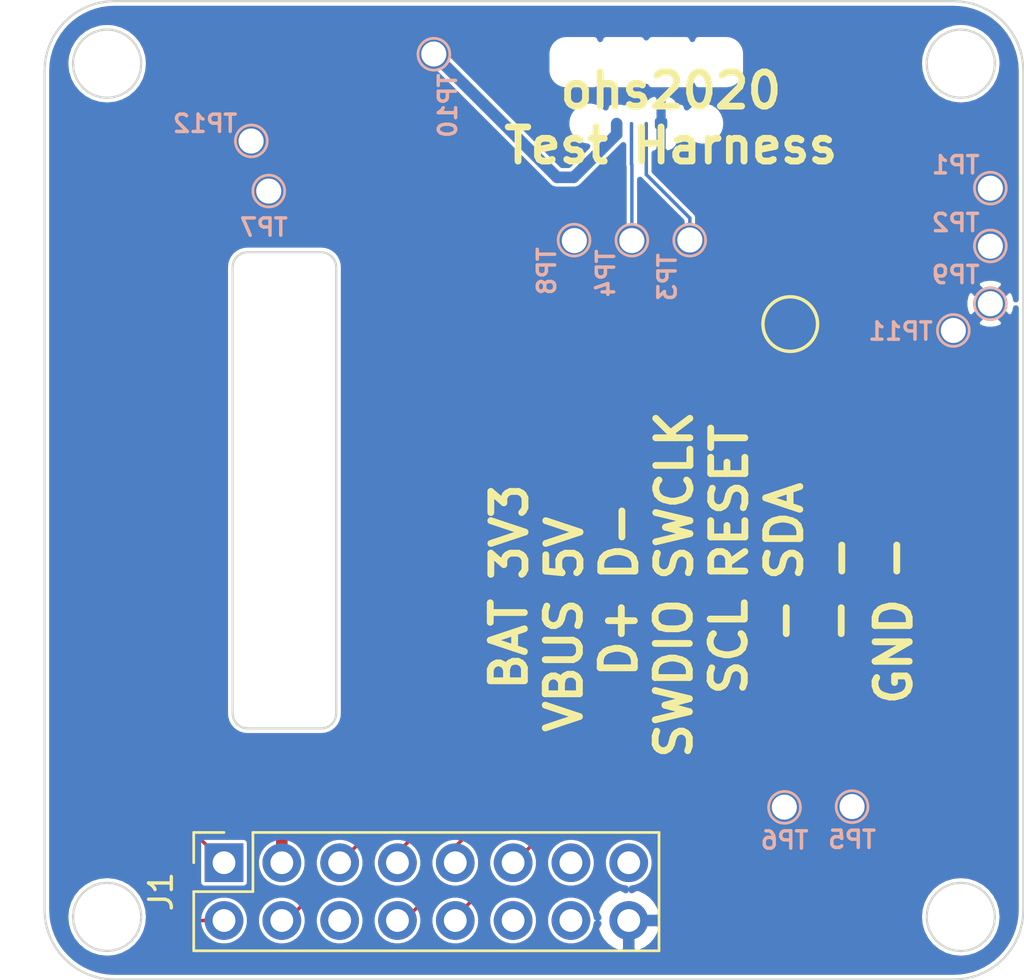
<source format=kicad_pcb>
(kicad_pcb (version 20171130) (host pcbnew 5.1.5-52549c5~84~ubuntu18.04.1)

  (general
    (thickness 1.6)
    (drawings 4)
    (tracks 83)
    (zones 0)
    (modules 14)
    (nets 17)
  )

  (page A4)
  (layers
    (0 F.Cu signal)
    (31 B.Cu signal hide)
    (32 B.Adhes user)
    (33 F.Adhes user)
    (34 B.Paste user)
    (35 F.Paste user)
    (36 B.SilkS user)
    (37 F.SilkS user)
    (38 B.Mask user)
    (39 F.Mask user)
    (40 Dwgs.User user)
    (41 Cmts.User user)
    (42 Eco1.User user)
    (43 Eco2.User user)
    (44 Edge.Cuts user)
    (45 Margin user)
    (46 B.CrtYd user)
    (47 F.CrtYd user)
    (48 B.Fab user hide)
    (49 F.Fab user hide)
  )

  (setup
    (last_trace_width 0.1524)
    (user_trace_width 0.1524)
    (user_trace_width 0.254)
    (user_trace_width 0.508)
    (user_trace_width 1.27)
    (trace_clearance 0.1524)
    (zone_clearance 0.1524)
    (zone_45_only yes)
    (trace_min 0.1524)
    (via_size 0.508)
    (via_drill 0.254)
    (via_min_size 0.508)
    (via_min_drill 0.254)
    (user_via 0.508 0.254)
    (uvia_size 0.3)
    (uvia_drill 0.1)
    (uvias_allowed no)
    (uvia_min_size 0.2)
    (uvia_min_drill 0.1)
    (edge_width 0.15)
    (segment_width 0.2)
    (pcb_text_width 0.3)
    (pcb_text_size 1.5 1.5)
    (mod_edge_width 0.15)
    (mod_text_size 0.762 0.762)
    (mod_text_width 0.1524)
    (pad_size 1 1)
    (pad_drill 0)
    (pad_to_mask_clearance 0.0254)
    (aux_axis_origin 107.475 123.85)
    (grid_origin 107.475 123.85)
    (visible_elements 7FFFFF7F)
    (pcbplotparams
      (layerselection 0x010fc_ffffffff)
      (usegerberextensions false)
      (usegerberattributes false)
      (usegerberadvancedattributes false)
      (creategerberjobfile false)
      (excludeedgelayer true)
      (linewidth 0.100000)
      (plotframeref false)
      (viasonmask false)
      (mode 1)
      (useauxorigin false)
      (hpglpennumber 1)
      (hpglpenspeed 20)
      (hpglpendiameter 15.000000)
      (psnegative false)
      (psa4output false)
      (plotreference true)
      (plotvalue true)
      (plotinvisibletext false)
      (padsonsilk false)
      (subtractmaskfromsilk false)
      (outputformat 1)
      (mirror false)
      (drillshape 0)
      (scaleselection 1)
      (outputdirectory "gerbers/"))
  )

  (net 0 "")
  (net 1 GND)
  (net 2 ~RESET)
  (net 3 SWCLK)
  (net 4 SWDIO)
  (net 5 IIC_SCL)
  (net 6 IIC_SDA)
  (net 7 D-)
  (net 8 D+)
  (net 9 SYS_3v3)
  (net 10 SYS_VBUS)
  (net 11 SYS_5v)
  (net 12 SYS_BATT)
  (net 13 "Net-(J1-Pad14)")
  (net 14 "Net-(J1-Pad15)")
  (net 15 "Net-(J1-Pad12)")
  (net 16 "Net-(J1-Pad13)")

  (net_class Default "This is the default net class."
    (clearance 0.1524)
    (trace_width 0.1524)
    (via_dia 0.508)
    (via_drill 0.254)
    (uvia_dia 0.3)
    (uvia_drill 0.1)
    (add_net D+)
    (add_net D-)
    (add_net GND)
    (add_net IIC_SCL)
    (add_net IIC_SDA)
    (add_net "Net-(J1-Pad12)")
    (add_net "Net-(J1-Pad13)")
    (add_net "Net-(J1-Pad14)")
    (add_net "Net-(J1-Pad15)")
    (add_net SWCLK)
    (add_net SWDIO)
    (add_net SYS_3v3)
    (add_net SYS_5v)
    (add_net SYS_BATT)
    (add_net SYS_VBUS)
    (add_net ~RESET)
  )

  (module Badge-PCB:pcb-top locked (layer F.Cu) (tedit 5E1DD97F) (tstamp 5E18E12F)
    (at 96.9848 100.0248)
    (fp_text reference Ref** (at -2.54 3.9878) (layer F.SilkS) hide
      (effects (font (size 0.762 0.762) (thickness 0.1524)))
    )
    (fp_text value Val** (at -2.4638 6.223) (layer F.SilkS) hide
      (effects (font (size 1.27 1.27) (thickness 0.15)))
    )
    (fp_line (start 4.777554 -24.018443) (end 4.462648 -24.002646) (layer Edge.Cuts) (width 0.1))
    (fp_line (start 4.462648 -24.002646) (end 4.157033 -23.95627) (layer Edge.Cuts) (width 0.1))
    (fp_line (start 4.157033 -23.95627) (end 3.86223 -23.880835) (layer Edge.Cuts) (width 0.1))
    (fp_line (start 3.86223 -23.880835) (end 3.57976 -23.777861) (layer Edge.Cuts) (width 0.1))
    (fp_line (start 3.57976 -23.777861) (end 3.311145 -23.648867) (layer Edge.Cuts) (width 0.1))
    (fp_line (start 3.311145 -23.648867) (end 3.057907 -23.495373) (layer Edge.Cuts) (width 0.1))
    (fp_line (start 3.057907 -23.495373) (end 2.821565 -23.318899) (layer Edge.Cuts) (width 0.1))
    (fp_line (start 2.821565 -23.318899) (end 2.603643 -23.120965) (layer Edge.Cuts) (width 0.1))
    (fp_line (start 2.603643 -23.120965) (end 2.405661 -22.903091) (layer Edge.Cuts) (width 0.1))
    (fp_line (start 2.405661 -22.903091) (end 2.229141 -22.666797) (layer Edge.Cuts) (width 0.1))
    (fp_line (start 2.229141 -22.666797) (end 2.075603 -22.413602) (layer Edge.Cuts) (width 0.1))
    (fp_line (start 2.075603 -22.413602) (end 1.94657 -22.145026) (layer Edge.Cuts) (width 0.1))
    (fp_line (start 1.94657 -22.145026) (end 1.843563 -21.862589) (layer Edge.Cuts) (width 0.1))
    (fp_line (start 1.843563 -21.862589) (end 1.768103 -21.567811) (layer Edge.Cuts) (width 0.1))
    (fp_line (start 1.768103 -21.567811) (end 1.721711 -21.262212) (layer Edge.Cuts) (width 0.1))
    (fp_line (start 1.721711 -21.262212) (end 1.705909 -20.947311) (layer Edge.Cuts) (width 0.1))
    (fp_line (start 1.705909 -20.947311) (end 1.705909 15.90987) (layer Edge.Cuts) (width 0.1))
    (fp_line (start 1.705909 15.90987) (end 1.721711 16.224777) (layer Edge.Cuts) (width 0.1))
    (fp_line (start 1.721711 16.224777) (end 1.768103 16.530392) (layer Edge.Cuts) (width 0.1))
    (fp_line (start 1.768103 16.530392) (end 1.843563 16.825196) (layer Edge.Cuts) (width 0.1))
    (fp_line (start 1.843563 16.825196) (end 1.94657 17.107666) (layer Edge.Cuts) (width 0.1))
    (fp_line (start 1.94657 17.107666) (end 2.075603 17.376282) (layer Edge.Cuts) (width 0.1))
    (fp_line (start 2.075603 17.376282) (end 2.229141 17.629521) (layer Edge.Cuts) (width 0.1))
    (fp_line (start 2.229141 17.629521) (end 2.405661 17.865862) (layer Edge.Cuts) (width 0.1))
    (fp_line (start 2.405661 17.865862) (end 2.603643 18.083784) (layer Edge.Cuts) (width 0.1))
    (fp_line (start 2.603643 18.083784) (end 2.821565 18.281767) (layer Edge.Cuts) (width 0.1))
    (fp_line (start 2.821565 18.281767) (end 3.057907 18.458287) (layer Edge.Cuts) (width 0.1))
    (fp_line (start 3.057907 18.458287) (end 3.311145 18.611824) (layer Edge.Cuts) (width 0.1))
    (fp_line (start 3.311145 18.611824) (end 3.57976 18.740858) (layer Edge.Cuts) (width 0.1))
    (fp_line (start 3.57976 18.740858) (end 3.86223 18.843865) (layer Edge.Cuts) (width 0.1))
    (fp_line (start 3.86223 18.843865) (end 4.157033 18.919325) (layer Edge.Cuts) (width 0.1))
    (fp_line (start 4.157033 18.919325) (end 4.462648 18.965717) (layer Edge.Cuts) (width 0.1))
    (fp_line (start 4.462648 18.965717) (end 4.777554 18.981519) (layer Edge.Cuts) (width 0.1))
    (fp_line (start 4.777554 18.981519) (end 41.634738 18.981519) (layer Edge.Cuts) (width 0.1))
    (fp_line (start 41.634738 18.981519) (end 41.949638 18.965717) (layer Edge.Cuts) (width 0.1))
    (fp_line (start 41.949638 18.965717) (end 42.255237 18.919325) (layer Edge.Cuts) (width 0.1))
    (fp_line (start 42.255237 18.919325) (end 42.550015 18.843865) (layer Edge.Cuts) (width 0.1))
    (fp_line (start 42.550015 18.843865) (end 42.832452 18.740858) (layer Edge.Cuts) (width 0.1))
    (fp_line (start 42.832452 18.740858) (end 43.101028 18.611824) (layer Edge.Cuts) (width 0.1))
    (fp_line (start 43.101028 18.611824) (end 43.354223 18.458287) (layer Edge.Cuts) (width 0.1))
    (fp_line (start 43.354223 18.458287) (end 43.590518 18.281767) (layer Edge.Cuts) (width 0.1))
    (fp_line (start 43.590518 18.281767) (end 43.808392 18.083784) (layer Edge.Cuts) (width 0.1))
    (fp_line (start 43.808392 18.083784) (end 44.006326 17.865862) (layer Edge.Cuts) (width 0.1))
    (fp_line (start 44.006326 17.865862) (end 44.182799 17.629521) (layer Edge.Cuts) (width 0.1))
    (fp_line (start 44.182799 17.629521) (end 44.336293 17.376282) (layer Edge.Cuts) (width 0.1))
    (fp_line (start 44.336293 17.376282) (end 44.465287 17.107666) (layer Edge.Cuts) (width 0.1))
    (fp_line (start 44.465287 17.107666) (end 44.568262 16.825196) (layer Edge.Cuts) (width 0.1))
    (fp_line (start 44.568262 16.825196) (end 44.643696 16.530392) (layer Edge.Cuts) (width 0.1))
    (fp_line (start 44.643696 16.530392) (end 44.690072 16.224777) (layer Edge.Cuts) (width 0.1))
    (fp_line (start 44.690072 16.224777) (end 44.705868 15.90987) (layer Edge.Cuts) (width 0.1))
    (fp_line (start 44.705868 15.90987) (end 44.705868 -20.947311) (layer Edge.Cuts) (width 0.1))
    (fp_line (start 44.705868 -20.947311) (end 44.690072 -21.262212) (layer Edge.Cuts) (width 0.1))
    (fp_line (start 44.690072 -21.262212) (end 44.643696 -21.567811) (layer Edge.Cuts) (width 0.1))
    (fp_line (start 44.643696 -21.567811) (end 44.568262 -21.862589) (layer Edge.Cuts) (width 0.1))
    (fp_line (start 44.568262 -21.862589) (end 44.465287 -22.145026) (layer Edge.Cuts) (width 0.1))
    (fp_line (start 44.465287 -22.145026) (end 44.336293 -22.413602) (layer Edge.Cuts) (width 0.1))
    (fp_line (start 44.336293 -22.413602) (end 44.182799 -22.666797) (layer Edge.Cuts) (width 0.1))
    (fp_line (start 44.182799 -22.666797) (end 44.006326 -22.903092) (layer Edge.Cuts) (width 0.1))
    (fp_line (start 44.006326 -22.903092) (end 43.808392 -23.120967) (layer Edge.Cuts) (width 0.1))
    (fp_line (start 43.808392 -23.120967) (end 43.590518 -23.3189) (layer Edge.Cuts) (width 0.1))
    (fp_line (start 43.590518 -23.3189) (end 43.354223 -23.495374) (layer Edge.Cuts) (width 0.1))
    (fp_line (start 43.354223 -23.495374) (end 43.101028 -23.648868) (layer Edge.Cuts) (width 0.1))
    (fp_line (start 43.101028 -23.648868) (end 42.832452 -23.777862) (layer Edge.Cuts) (width 0.1))
    (fp_line (start 42.832452 -23.777862) (end 42.550015 -23.880837) (layer Edge.Cuts) (width 0.1))
    (fp_line (start 42.550015 -23.880837) (end 42.255237 -23.956271) (layer Edge.Cuts) (width 0.1))
    (fp_line (start 42.255237 -23.956271) (end 41.949638 -24.002647) (layer Edge.Cuts) (width 0.1))
    (fp_line (start 41.949638 -24.002647) (end 41.634738 -24.018443) (layer Edge.Cuts) (width 0.1))
    (fp_line (start 41.634738 -24.018443) (end 4.777554 -24.018443) (layer Edge.Cuts) (width 0.1))
    (fp_line (start 4.456128 -22.76839) (end 4.609482 -22.760664) (layer Edge.Cuts) (width 0.1))
    (fp_line (start 4.609482 -22.760664) (end 4.758409 -22.737954) (layer Edge.Cuts) (width 0.1))
    (fp_line (start 4.758409 -22.737954) (end 5.039964 -22.650596) (layer Edge.Cuts) (width 0.1))
    (fp_line (start 5.039964 -22.650596) (end 5.294762 -22.512346) (layer Edge.Cuts) (width 0.1))
    (fp_line (start 5.294762 -22.512346) (end 5.516772 -22.329233) (layer Edge.Cuts) (width 0.1))
    (fp_line (start 5.516772 -22.329233) (end 5.699961 -22.107286) (layer Edge.Cuts) (width 0.1))
    (fp_line (start 5.699961 -22.107286) (end 5.838299 -21.852536) (layer Edge.Cuts) (width 0.1))
    (fp_line (start 5.838299 -21.852536) (end 5.925754 -21.57101) (layer Edge.Cuts) (width 0.1))
    (fp_line (start 5.925754 -21.57101) (end 5.948515 -21.422092) (layer Edge.Cuts) (width 0.1))
    (fp_line (start 5.948515 -21.422092) (end 5.956294 -21.26874) (layer Edge.Cuts) (width 0.1))
    (fp_line (start 5.956294 -21.26874) (end 5.92723 -20.974693) (layer Edge.Cuts) (width 0.1))
    (fp_line (start 5.92723 -20.974693) (end 5.842145 -20.694625) (layer Edge.Cuts) (width 0.1))
    (fp_line (start 5.842145 -20.694625) (end 5.7043 -20.436408) (layer Edge.Cuts) (width 0.1))
    (fp_line (start 5.7043 -20.436408) (end 5.516955 -20.207913) (layer Edge.Cuts) (width 0.1))
    (fp_line (start 5.516955 -20.207913) (end 5.28846 -20.020567) (layer Edge.Cuts) (width 0.1))
    (fp_line (start 5.28846 -20.020567) (end 5.030243 -19.882722) (layer Edge.Cuts) (width 0.1))
    (fp_line (start 5.030243 -19.882722) (end 4.750175 -19.797637) (layer Edge.Cuts) (width 0.1))
    (fp_line (start 4.750175 -19.797637) (end 4.456128 -19.768573) (layer Edge.Cuts) (width 0.1))
    (fp_line (start 4.456128 -19.768573) (end 4.162081 -19.797637) (layer Edge.Cuts) (width 0.1))
    (fp_line (start 4.162081 -19.797637) (end 3.882013 -19.882722) (layer Edge.Cuts) (width 0.1))
    (fp_line (start 3.882013 -19.882722) (end 3.623796 -20.020567) (layer Edge.Cuts) (width 0.1))
    (fp_line (start 3.623796 -20.020567) (end 3.395301 -20.207913) (layer Edge.Cuts) (width 0.1))
    (fp_line (start 3.395301 -20.207913) (end 3.207956 -20.436408) (layer Edge.Cuts) (width 0.1))
    (fp_line (start 3.207956 -20.436408) (end 3.070111 -20.694625) (layer Edge.Cuts) (width 0.1))
    (fp_line (start 3.070111 -20.694625) (end 2.985026 -20.974693) (layer Edge.Cuts) (width 0.1))
    (fp_line (start 2.985026 -20.974693) (end 2.955962 -21.26874) (layer Edge.Cuts) (width 0.1))
    (fp_line (start 2.955962 -21.26874) (end 2.963741 -21.422092) (layer Edge.Cuts) (width 0.1))
    (fp_line (start 2.963741 -21.422092) (end 2.986502 -21.57101) (layer Edge.Cuts) (width 0.1))
    (fp_line (start 2.986502 -21.57101) (end 3.073957 -21.852536) (layer Edge.Cuts) (width 0.1))
    (fp_line (start 3.073957 -21.852536) (end 3.212295 -22.107286) (layer Edge.Cuts) (width 0.1))
    (fp_line (start 3.212295 -22.107286) (end 3.395484 -22.329233) (layer Edge.Cuts) (width 0.1))
    (fp_line (start 3.395484 -22.329233) (end 3.617494 -22.512346) (layer Edge.Cuts) (width 0.1))
    (fp_line (start 3.617494 -22.512346) (end 3.872292 -22.650596) (layer Edge.Cuts) (width 0.1))
    (fp_line (start 3.872292 -22.650596) (end 4.153847 -22.737954) (layer Edge.Cuts) (width 0.1))
    (fp_line (start 4.153847 -22.737954) (end 4.302774 -22.760664) (layer Edge.Cuts) (width 0.1))
    (fp_line (start 4.302774 -22.760664) (end 4.456128 -22.76839) (layer Edge.Cuts) (width 0.1))
    (fp_line (start 4.456128 -22.76839) (end 4.456128 -22.76839) (layer Edge.Cuts) (width 0.1))
    (fp_line (start 41.956168 -22.76839) (end 42.109522 -22.760663) (layer Edge.Cuts) (width 0.1))
    (fp_line (start 42.109522 -22.760663) (end 42.258448 -22.737953) (layer Edge.Cuts) (width 0.1))
    (fp_line (start 42.258448 -22.737953) (end 42.540002 -22.650594) (layer Edge.Cuts) (width 0.1))
    (fp_line (start 42.540002 -22.650594) (end 42.794799 -22.512344) (layer Edge.Cuts) (width 0.1))
    (fp_line (start 42.794799 -22.512344) (end 43.016808 -22.32923) (layer Edge.Cuts) (width 0.1))
    (fp_line (start 43.016808 -22.32923) (end 43.199996 -22.107284) (layer Edge.Cuts) (width 0.1))
    (fp_line (start 43.199996 -22.107284) (end 43.338334 -21.852534) (layer Edge.Cuts) (width 0.1))
    (fp_line (start 43.338334 -21.852534) (end 43.425788 -21.57101) (layer Edge.Cuts) (width 0.1))
    (fp_line (start 43.425788 -21.57101) (end 43.448549 -21.422091) (layer Edge.Cuts) (width 0.1))
    (fp_line (start 43.448549 -21.422091) (end 43.456328 -21.26874) (layer Edge.Cuts) (width 0.1))
    (fp_line (start 43.456328 -21.26874) (end 43.427264 -20.974694) (layer Edge.Cuts) (width 0.1))
    (fp_line (start 43.427264 -20.974694) (end 43.34218 -20.694627) (layer Edge.Cuts) (width 0.1))
    (fp_line (start 43.34218 -20.694627) (end 43.204335 -20.43641) (layer Edge.Cuts) (width 0.1))
    (fp_line (start 43.204335 -20.43641) (end 43.016991 -20.207915) (layer Edge.Cuts) (width 0.1))
    (fp_line (start 43.016991 -20.207915) (end 42.788497 -20.02057) (layer Edge.Cuts) (width 0.1))
    (fp_line (start 42.788497 -20.02057) (end 42.530281 -19.882724) (layer Edge.Cuts) (width 0.1))
    (fp_line (start 42.530281 -19.882724) (end 42.250214 -19.797638) (layer Edge.Cuts) (width 0.1))
    (fp_line (start 42.250214 -19.797638) (end 41.956168 -19.768573) (layer Edge.Cuts) (width 0.1))
    (fp_line (start 41.956168 -19.768573) (end 41.662121 -19.797636) (layer Edge.Cuts) (width 0.1))
    (fp_line (start 41.662121 -19.797636) (end 41.382052 -19.882721) (layer Edge.Cuts) (width 0.1))
    (fp_line (start 41.382052 -19.882721) (end 41.123834 -20.020566) (layer Edge.Cuts) (width 0.1))
    (fp_line (start 41.123834 -20.020566) (end 40.895339 -20.207912) (layer Edge.Cuts) (width 0.1))
    (fp_line (start 40.895339 -20.207912) (end 40.707993 -20.436407) (layer Edge.Cuts) (width 0.1))
    (fp_line (start 40.707993 -20.436407) (end 40.570147 -20.694624) (layer Edge.Cuts) (width 0.1))
    (fp_line (start 40.570147 -20.694624) (end 40.485062 -20.974693) (layer Edge.Cuts) (width 0.1))
    (fp_line (start 40.485062 -20.974693) (end 40.455998 -21.26874) (layer Edge.Cuts) (width 0.1))
    (fp_line (start 40.455998 -21.26874) (end 40.463777 -21.422092) (layer Edge.Cuts) (width 0.1))
    (fp_line (start 40.463777 -21.422092) (end 40.486538 -21.571011) (layer Edge.Cuts) (width 0.1))
    (fp_line (start 40.486538 -21.571011) (end 40.573993 -21.852537) (layer Edge.Cuts) (width 0.1))
    (fp_line (start 40.573993 -21.852537) (end 40.712332 -22.107287) (layer Edge.Cuts) (width 0.1))
    (fp_line (start 40.712332 -22.107287) (end 40.895522 -22.329234) (layer Edge.Cuts) (width 0.1))
    (fp_line (start 40.895522 -22.329234) (end 41.117532 -22.512347) (layer Edge.Cuts) (width 0.1))
    (fp_line (start 41.117532 -22.512347) (end 41.372331 -22.650597) (layer Edge.Cuts) (width 0.1))
    (fp_line (start 41.372331 -22.650597) (end 41.653886 -22.737954) (layer Edge.Cuts) (width 0.1))
    (fp_line (start 41.653886 -22.737954) (end 41.802814 -22.760664) (layer Edge.Cuts) (width 0.1))
    (fp_line (start 41.802814 -22.760664) (end 41.956168 -22.76839) (layer Edge.Cuts) (width 0.1))
    (fp_line (start 41.956168 -22.76839) (end 41.956168 -22.76839) (layer Edge.Cuts) (width 0.1))
    (fp_line (start 10.62991 -12.983974) (end 13.858655 -12.983974) (layer Edge.Cuts) (width 0.1))
    (fp_line (start 13.858655 -12.983974) (end 13.992288 -12.970582) (layer Edge.Cuts) (width 0.1))
    (fp_line (start 13.992288 -12.970582) (end 14.116603 -12.932153) (layer Edge.Cuts) (width 0.1))
    (fp_line (start 14.116603 -12.932153) (end 14.228981 -12.871306) (layer Edge.Cuts) (width 0.1))
    (fp_line (start 14.228981 -12.871306) (end 14.326802 -12.790663) (layer Edge.Cuts) (width 0.1))
    (fp_line (start 14.326802 -12.790663) (end 14.407446 -12.692842) (layer Edge.Cuts) (width 0.1))
    (fp_line (start 14.407446 -12.692842) (end 14.468292 -12.580464) (layer Edge.Cuts) (width 0.1))
    (fp_line (start 14.468292 -12.580464) (end 14.506721 -12.456148) (layer Edge.Cuts) (width 0.1))
    (fp_line (start 14.506721 -12.456148) (end 14.520113 -12.322516) (layer Edge.Cuts) (width 0.1))
    (fp_line (start 14.520113 -12.322516) (end 14.520113 7.285073) (layer Edge.Cuts) (width 0.1))
    (fp_line (start 14.520113 7.285073) (end 14.506721 7.418706) (layer Edge.Cuts) (width 0.1))
    (fp_line (start 14.506721 7.418706) (end 14.468292 7.543021) (layer Edge.Cuts) (width 0.1))
    (fp_line (start 14.468292 7.543021) (end 14.407446 7.655399) (layer Edge.Cuts) (width 0.1))
    (fp_line (start 14.407446 7.655399) (end 14.326802 7.75322) (layer Edge.Cuts) (width 0.1))
    (fp_line (start 14.326802 7.75322) (end 14.228981 7.833864) (layer Edge.Cuts) (width 0.1))
    (fp_line (start 14.228981 7.833864) (end 14.116603 7.89471) (layer Edge.Cuts) (width 0.1))
    (fp_line (start 14.116603 7.89471) (end 13.992288 7.933139) (layer Edge.Cuts) (width 0.1))
    (fp_line (start 13.992288 7.933139) (end 13.858655 7.946531) (layer Edge.Cuts) (width 0.1))
    (fp_line (start 13.858655 7.946531) (end 10.62991 7.946531) (layer Edge.Cuts) (width 0.1))
    (fp_line (start 10.62991 7.946531) (end 10.496277 7.933139) (layer Edge.Cuts) (width 0.1))
    (fp_line (start 10.496277 7.933139) (end 10.371962 7.89471) (layer Edge.Cuts) (width 0.1))
    (fp_line (start 10.371962 7.89471) (end 10.259584 7.833864) (layer Edge.Cuts) (width 0.1))
    (fp_line (start 10.259584 7.833864) (end 10.161763 7.75322) (layer Edge.Cuts) (width 0.1))
    (fp_line (start 10.161763 7.75322) (end 10.081119 7.655399) (layer Edge.Cuts) (width 0.1))
    (fp_line (start 10.081119 7.655399) (end 10.020273 7.543021) (layer Edge.Cuts) (width 0.1))
    (fp_line (start 10.020273 7.543021) (end 9.981844 7.418706) (layer Edge.Cuts) (width 0.1))
    (fp_line (start 9.981844 7.418706) (end 9.968452 7.285073) (layer Edge.Cuts) (width 0.1))
    (fp_line (start 9.968452 7.285073) (end 9.968452 -12.322516) (layer Edge.Cuts) (width 0.1))
    (fp_line (start 9.968452 -12.322516) (end 9.981844 -12.456148) (layer Edge.Cuts) (width 0.1))
    (fp_line (start 9.981844 -12.456148) (end 10.020273 -12.580464) (layer Edge.Cuts) (width 0.1))
    (fp_line (start 10.020273 -12.580464) (end 10.081119 -12.692842) (layer Edge.Cuts) (width 0.1))
    (fp_line (start 10.081119 -12.692842) (end 10.161763 -12.790663) (layer Edge.Cuts) (width 0.1))
    (fp_line (start 10.161763 -12.790663) (end 10.259584 -12.871306) (layer Edge.Cuts) (width 0.1))
    (fp_line (start 10.259584 -12.871306) (end 10.371962 -12.932153) (layer Edge.Cuts) (width 0.1))
    (fp_line (start 10.371962 -12.932153) (end 10.496277 -12.970582) (layer Edge.Cuts) (width 0.1))
    (fp_line (start 10.496277 -12.970582) (end 10.62991 -12.983974) (layer Edge.Cuts) (width 0.1))
    (fp_line (start 10.62991 -12.983974) (end 10.62991 -12.983974) (layer Edge.Cuts) (width 0.1))
    (fp_line (start 4.456128 14.73113) (end 4.750175 14.760194) (layer Edge.Cuts) (width 0.1))
    (fp_line (start 4.750175 14.760194) (end 5.030243 14.845279) (layer Edge.Cuts) (width 0.1))
    (fp_line (start 5.030243 14.845279) (end 5.28846 14.983124) (layer Edge.Cuts) (width 0.1))
    (fp_line (start 5.28846 14.983124) (end 5.516955 15.17047) (layer Edge.Cuts) (width 0.1))
    (fp_line (start 5.516955 15.17047) (end 5.7043 15.398965) (layer Edge.Cuts) (width 0.1))
    (fp_line (start 5.7043 15.398965) (end 5.842145 15.657182) (layer Edge.Cuts) (width 0.1))
    (fp_line (start 5.842145 15.657182) (end 5.92723 15.93725) (layer Edge.Cuts) (width 0.1))
    (fp_line (start 5.92723 15.93725) (end 5.956294 16.231297) (layer Edge.Cuts) (width 0.1))
    (fp_line (start 5.956294 16.231297) (end 5.92723 16.525344) (layer Edge.Cuts) (width 0.1))
    (fp_line (start 5.92723 16.525344) (end 5.842146 16.805412) (layer Edge.Cuts) (width 0.1))
    (fp_line (start 5.842146 16.805412) (end 5.704301 17.06363) (layer Edge.Cuts) (width 0.1))
    (fp_line (start 5.704301 17.06363) (end 5.516955 17.292125) (layer Edge.Cuts) (width 0.1))
    (fp_line (start 5.516955 17.292125) (end 5.288461 17.479471) (layer Edge.Cuts) (width 0.1))
    (fp_line (start 5.288461 17.479471) (end 5.030243 17.617317) (layer Edge.Cuts) (width 0.1))
    (fp_line (start 5.030243 17.617317) (end 4.750175 17.702402) (layer Edge.Cuts) (width 0.1))
    (fp_line (start 4.750175 17.702402) (end 4.456128 17.731466) (layer Edge.Cuts) (width 0.1))
    (fp_line (start 4.456128 17.731466) (end 4.162081 17.702402) (layer Edge.Cuts) (width 0.1))
    (fp_line (start 4.162081 17.702402) (end 3.882013 17.617317) (layer Edge.Cuts) (width 0.1))
    (fp_line (start 3.882013 17.617317) (end 3.623795 17.479471) (layer Edge.Cuts) (width 0.1))
    (fp_line (start 3.623795 17.479471) (end 3.395301 17.292125) (layer Edge.Cuts) (width 0.1))
    (fp_line (start 3.395301 17.292125) (end 3.207955 17.06363) (layer Edge.Cuts) (width 0.1))
    (fp_line (start 3.207955 17.06363) (end 3.07011 16.805412) (layer Edge.Cuts) (width 0.1))
    (fp_line (start 3.07011 16.805412) (end 2.985026 16.525344) (layer Edge.Cuts) (width 0.1))
    (fp_line (start 2.985026 16.525344) (end 2.955962 16.231297) (layer Edge.Cuts) (width 0.1))
    (fp_line (start 2.955962 16.231297) (end 2.985026 15.93725) (layer Edge.Cuts) (width 0.1))
    (fp_line (start 2.985026 15.93725) (end 3.070111 15.657182) (layer Edge.Cuts) (width 0.1))
    (fp_line (start 3.070111 15.657182) (end 3.207956 15.398965) (layer Edge.Cuts) (width 0.1))
    (fp_line (start 3.207956 15.398965) (end 3.395301 15.17047) (layer Edge.Cuts) (width 0.1))
    (fp_line (start 3.395301 15.17047) (end 3.623796 14.983124) (layer Edge.Cuts) (width 0.1))
    (fp_line (start 3.623796 14.983124) (end 3.882013 14.845279) (layer Edge.Cuts) (width 0.1))
    (fp_line (start 3.882013 14.845279) (end 4.162081 14.760194) (layer Edge.Cuts) (width 0.1))
    (fp_line (start 4.162081 14.760194) (end 4.456128 14.73113) (layer Edge.Cuts) (width 0.1))
    (fp_line (start 4.456128 14.73113) (end 4.456128 14.73113) (layer Edge.Cuts) (width 0.1))
    (fp_line (start 41.956168 14.73113) (end 42.250214 14.760195) (layer Edge.Cuts) (width 0.1))
    (fp_line (start 42.250214 14.760195) (end 42.530281 14.845281) (layer Edge.Cuts) (width 0.1))
    (fp_line (start 42.530281 14.845281) (end 42.788497 14.983127) (layer Edge.Cuts) (width 0.1))
    (fp_line (start 42.788497 14.983127) (end 43.016991 15.170472) (layer Edge.Cuts) (width 0.1))
    (fp_line (start 43.016991 15.170472) (end 43.204335 15.398967) (layer Edge.Cuts) (width 0.1))
    (fp_line (start 43.204335 15.398967) (end 43.34218 15.657184) (layer Edge.Cuts) (width 0.1))
    (fp_line (start 43.34218 15.657184) (end 43.427264 15.937251) (layer Edge.Cuts) (width 0.1))
    (fp_line (start 43.427264 15.937251) (end 43.456328 16.231297) (layer Edge.Cuts) (width 0.1))
    (fp_line (start 43.456328 16.231297) (end 43.427265 16.525343) (layer Edge.Cuts) (width 0.1))
    (fp_line (start 43.427265 16.525343) (end 43.342181 16.805411) (layer Edge.Cuts) (width 0.1))
    (fp_line (start 43.342181 16.805411) (end 43.204336 17.063628) (layer Edge.Cuts) (width 0.1))
    (fp_line (start 43.204336 17.063628) (end 43.016991 17.292123) (layer Edge.Cuts) (width 0.1))
    (fp_line (start 43.016991 17.292123) (end 42.788498 17.479469) (layer Edge.Cuts) (width 0.1))
    (fp_line (start 42.788498 17.479469) (end 42.530281 17.617315) (layer Edge.Cuts) (width 0.1))
    (fp_line (start 42.530281 17.617315) (end 42.250214 17.702401) (layer Edge.Cuts) (width 0.1))
    (fp_line (start 42.250214 17.702401) (end 41.956168 17.731466) (layer Edge.Cuts) (width 0.1))
    (fp_line (start 41.956168 17.731466) (end 41.662121 17.702403) (layer Edge.Cuts) (width 0.1))
    (fp_line (start 41.662121 17.702403) (end 41.382052 17.617318) (layer Edge.Cuts) (width 0.1))
    (fp_line (start 41.382052 17.617318) (end 41.123833 17.479473) (layer Edge.Cuts) (width 0.1))
    (fp_line (start 41.123833 17.479473) (end 40.895338 17.292127) (layer Edge.Cuts) (width 0.1))
    (fp_line (start 40.895338 17.292127) (end 40.707992 17.063631) (layer Edge.Cuts) (width 0.1))
    (fp_line (start 40.707992 17.063631) (end 40.570146 16.805413) (layer Edge.Cuts) (width 0.1))
    (fp_line (start 40.570146 16.805413) (end 40.485062 16.525344) (layer Edge.Cuts) (width 0.1))
    (fp_line (start 40.485062 16.525344) (end 40.455998 16.231297) (layer Edge.Cuts) (width 0.1))
    (fp_line (start 40.455998 16.231297) (end 40.485062 15.93725) (layer Edge.Cuts) (width 0.1))
    (fp_line (start 40.485062 15.93725) (end 40.570147 15.657181) (layer Edge.Cuts) (width 0.1))
    (fp_line (start 40.570147 15.657181) (end 40.707993 15.398964) (layer Edge.Cuts) (width 0.1))
    (fp_line (start 40.707993 15.398964) (end 40.895339 15.170469) (layer Edge.Cuts) (width 0.1))
    (fp_line (start 40.895339 15.170469) (end 41.123834 14.983123) (layer Edge.Cuts) (width 0.1))
    (fp_line (start 41.123834 14.983123) (end 41.382052 14.845278) (layer Edge.Cuts) (width 0.1))
    (fp_line (start 41.382052 14.845278) (end 41.662121 14.760193) (layer Edge.Cuts) (width 0.1))
    (fp_line (start 41.662121 14.760193) (end 41.956168 14.73113) (layer Edge.Cuts) (width 0.1))
    (fp_line (start 41.956168 14.73113) (end 41.956168 14.73113) (layer Edge.Cuts) (width 0.1))
    (model ${KIPRJMOD}/3d_part_models/TFT_LCD_4421.wrl
      (at (xyz 0 0 0))
      (scale (xyz 1 1 1))
      (rotate (xyz 0 0 0))
    )
  )

  (module Footprints:Test_Point_Pad_d1.0mm (layer B.Cu) (tedit 59B53D91) (tstamp 5E2B21ED)
    (at 140.241 84.226)
    (descr "SMD pad as test Point, diameter 1.0mm")
    (tags "test point SMD pad")
    (path /5EB8EB53)
    (attr virtual)
    (fp_text reference TP1 (at -1.524 -1.016) (layer B.SilkS)
      (effects (font (size 0.762 0.762) (thickness 0.1524)) (justify mirror))
    )
    (fp_text value TestPoint (at 0 -1.55) (layer B.Fab)
      (effects (font (size 1 1) (thickness 0.15)) (justify mirror))
    )
    (fp_text user %R (at 0 1.45) (layer B.Fab)
      (effects (font (size 1 1) (thickness 0.15)) (justify mirror))
    )
    (fp_circle (center 0 0) (end 1 0) (layer B.CrtYd) (width 0.05))
    (fp_circle (center 0 0) (end 0 -0.7) (layer B.SilkS) (width 0.12))
    (pad 1 smd circle (at 0 0) (size 1 1) (layers B.Cu B.Mask)
      (net 3 SWCLK))
  )

  (module Footprints:Test_Point_Pad_d1.0mm (layer B.Cu) (tedit 59B53D91) (tstamp 5E2B21F4)
    (at 140.241 86.766)
    (descr "SMD pad as test Point, diameter 1.0mm")
    (tags "test point SMD pad")
    (path /5EBAD9AC)
    (attr virtual)
    (fp_text reference TP2 (at -1.524 -1.016) (layer B.SilkS)
      (effects (font (size 0.762 0.762) (thickness 0.1524)) (justify mirror))
    )
    (fp_text value TestPoint (at 0 -1.55) (layer B.Fab)
      (effects (font (size 1 1) (thickness 0.15)) (justify mirror))
    )
    (fp_text user %R (at 0 1.45) (layer B.Fab)
      (effects (font (size 1 1) (thickness 0.15)) (justify mirror))
    )
    (fp_circle (center 0 0) (end 1 0) (layer B.CrtYd) (width 0.05))
    (fp_circle (center 0 0) (end 0 -0.7) (layer B.SilkS) (width 0.12))
    (pad 1 smd circle (at 0 0) (size 1 1) (layers B.Cu B.Mask)
      (net 4 SWDIO))
  )

  (module Footprints:Test_Point_Pad_d1.0mm (layer B.Cu) (tedit 59B53D91) (tstamp 5E2B21FB)
    (at 127.033 86.512 270)
    (descr "SMD pad as test Point, diameter 1.0mm")
    (tags "test point SMD pad")
    (path /5EBADC80)
    (attr virtual)
    (fp_text reference TP3 (at 1.6256 0.98298 270) (layer B.SilkS)
      (effects (font (size 0.762 0.762) (thickness 0.1524)) (justify mirror))
    )
    (fp_text value TestPoint (at 0 -1.55 270) (layer B.Fab)
      (effects (font (size 1 1) (thickness 0.15)) (justify mirror))
    )
    (fp_circle (center 0 0) (end 0 -0.7) (layer B.SilkS) (width 0.12))
    (fp_circle (center 0 0) (end 1 0) (layer B.CrtYd) (width 0.05))
    (fp_text user %R (at 0 1.45 90) (layer B.Fab)
      (effects (font (size 1 1) (thickness 0.15)) (justify mirror))
    )
    (pad 1 smd circle (at 0 0 270) (size 1 1) (layers B.Cu B.Mask)
      (net 8 D+))
  )

  (module Footprints:Test_Point_Pad_d1.0mm (layer B.Cu) (tedit 59B53D91) (tstamp 5E2B2202)
    (at 124.493 86.512 270)
    (descr "SMD pad as test Point, diameter 1.0mm")
    (tags "test point SMD pad")
    (path /5EBC0CA5)
    (attr virtual)
    (fp_text reference TP4 (at 1.45542 1.14554 270) (layer B.SilkS)
      (effects (font (size 0.762 0.762) (thickness 0.1524)) (justify mirror))
    )
    (fp_text value TestPoint (at 0 -1.55 270) (layer B.Fab)
      (effects (font (size 1 1) (thickness 0.15)) (justify mirror))
    )
    (fp_text user %R (at 0 1.45 90) (layer B.Fab)
      (effects (font (size 1 1) (thickness 0.15)) (justify mirror))
    )
    (fp_circle (center 0 0) (end 1 0) (layer B.CrtYd) (width 0.05))
    (fp_circle (center 0 0) (end 0 -0.7) (layer B.SilkS) (width 0.12))
    (pad 1 smd circle (at 0 0 270) (size 1 1) (layers B.Cu B.Mask)
      (net 7 D-))
  )

  (module Footprints:Test_Point_Pad_d1.0mm (layer B.Cu) (tedit 59B53D91) (tstamp 5E2B2209)
    (at 134.165 111.41)
    (descr "SMD pad as test Point, diameter 1.0mm")
    (tags "test point SMD pad")
    (path /5EBE4091)
    (attr virtual)
    (fp_text reference TP5 (at 0 1.448) (layer B.SilkS)
      (effects (font (size 0.762 0.762) (thickness 0.1524)) (justify mirror))
    )
    (fp_text value TestPoint (at 0 -1.55) (layer B.Fab)
      (effects (font (size 1 1) (thickness 0.15)) (justify mirror))
    )
    (fp_circle (center 0 0) (end 0 -0.7) (layer B.SilkS) (width 0.12))
    (fp_circle (center 0 0) (end 1 0) (layer B.CrtYd) (width 0.05))
    (fp_text user %R (at 0 1.45) (layer B.Fab)
      (effects (font (size 1 1) (thickness 0.15)) (justify mirror))
    )
    (pad 1 smd circle (at 0 0) (size 1 1) (layers B.Cu B.Mask)
      (net 6 IIC_SDA))
  )

  (module Footprints:Test_Point_Pad_d1.0mm (layer B.Cu) (tedit 59B53D91) (tstamp 5E2B2210)
    (at 131.1986 111.440578)
    (descr "SMD pad as test Point, diameter 1.0mm")
    (tags "test point SMD pad")
    (path /5EBE4364)
    (attr virtual)
    (fp_text reference TP6 (at 0 1.448) (layer B.SilkS)
      (effects (font (size 0.762 0.762) (thickness 0.1524)) (justify mirror))
    )
    (fp_text value TestPoint (at 0 -1.55) (layer B.Fab)
      (effects (font (size 1 1) (thickness 0.15)) (justify mirror))
    )
    (fp_text user %R (at 0 1.45) (layer B.Fab)
      (effects (font (size 1 1) (thickness 0.15)) (justify mirror))
    )
    (fp_circle (center 0 0) (end 1 0) (layer B.CrtYd) (width 0.05))
    (fp_circle (center 0 0) (end 0 -0.7) (layer B.SilkS) (width 0.12))
    (pad 1 smd circle (at 0 0) (size 1 1) (layers B.Cu B.Mask)
      (net 5 IIC_SCL))
  )

  (module Footprints:Test_Point_Pad_d1.0mm (layer B.Cu) (tedit 59B53D91) (tstamp 5E2B2217)
    (at 108.5418 84.353)
    (descr "SMD pad as test Point, diameter 1.0mm")
    (tags "test point SMD pad")
    (path /5EBC59AC)
    (attr virtual)
    (fp_text reference TP7 (at -0.2168 1.597) (layer B.SilkS)
      (effects (font (size 0.762 0.762) (thickness 0.1524)) (justify mirror))
    )
    (fp_text value TestPoint (at 0 -1.55) (layer B.Fab)
      (effects (font (size 1 1) (thickness 0.15)) (justify mirror))
    )
    (fp_circle (center 0 0) (end 0 -0.7) (layer B.SilkS) (width 0.12))
    (fp_circle (center 0 0) (end 1 0) (layer B.CrtYd) (width 0.05))
    (fp_text user %R (at 0 1.45) (layer B.Fab)
      (effects (font (size 1 1) (thickness 0.15)) (justify mirror))
    )
    (pad 1 smd circle (at 0 0) (size 1 1) (layers B.Cu B.Mask)
      (net 9 SYS_3v3))
  )

  (module Footprints:Test_Point_Pad_d1.0mm (layer B.Cu) (tedit 59B53D91) (tstamp 5E2B221E)
    (at 121.953 86.512)
    (descr "SMD pad as test Point, diameter 1.0mm")
    (tags "test point SMD pad")
    (path /5EBC77B8)
    (attr virtual)
    (fp_text reference TP8 (at -1.19888 1.36144 90) (layer B.SilkS)
      (effects (font (size 0.762 0.762) (thickness 0.1524)) (justify mirror))
    )
    (fp_text value TestPoint (at 0 -1.55) (layer B.Fab)
      (effects (font (size 1 1) (thickness 0.15)) (justify mirror))
    )
    (fp_text user %R (at 0 1.45) (layer B.Fab)
      (effects (font (size 1 1) (thickness 0.15)) (justify mirror))
    )
    (fp_circle (center 0 0) (end 1 0) (layer B.CrtYd) (width 0.05))
    (fp_circle (center 0 0) (end 0 -0.7) (layer B.SilkS) (width 0.12))
    (pad 1 smd circle (at 0 0) (size 1 1) (layers B.Cu B.Mask)
      (net 10 SYS_VBUS))
  )

  (module Footprints:Test_Point_Pad_d1.0mm (layer B.Cu) (tedit 59B53D91) (tstamp 5E2B2225)
    (at 140.241 89.306)
    (descr "SMD pad as test Point, diameter 1.0mm")
    (tags "test point SMD pad")
    (path /5EC938C7)
    (attr virtual)
    (fp_text reference TP9 (at -1.524 -1.27) (layer B.SilkS)
      (effects (font (size 0.762 0.762) (thickness 0.1524)) (justify mirror))
    )
    (fp_text value TestPoint (at 0 -1.55) (layer B.Fab)
      (effects (font (size 1 1) (thickness 0.15)) (justify mirror))
    )
    (fp_text user %R (at 0 1.45) (layer B.Fab)
      (effects (font (size 1 1) (thickness 0.15)) (justify mirror))
    )
    (fp_circle (center 0 0) (end 1 0) (layer B.CrtYd) (width 0.05))
    (fp_circle (center 0 0) (end 0 -0.7) (layer B.SilkS) (width 0.12))
    (pad 1 smd circle (at 0 0) (size 1 1) (layers B.Cu B.Mask)
      (net 1 GND))
  )

  (module Footprints:Test_Point_Pad_d1.0mm (layer B.Cu) (tedit 59B53D91) (tstamp 5E2B222C)
    (at 115.795 78.34)
    (descr "SMD pad as test Point, diameter 1.0mm")
    (tags "test point SMD pad")
    (path /5EC890F2)
    (attr virtual)
    (fp_text reference TP10 (at 0.61 2.26 270) (layer B.SilkS)
      (effects (font (size 0.762 0.762) (thickness 0.1524)) (justify mirror))
    )
    (fp_text value TestPoint (at 0 -1.55) (layer B.Fab)
      (effects (font (size 1 1) (thickness 0.15)) (justify mirror))
    )
    (fp_circle (center 0 0) (end 0 -0.7) (layer B.SilkS) (width 0.12))
    (fp_circle (center 0 0) (end 1 0) (layer B.CrtYd) (width 0.05))
    (fp_text user %R (at 0 1.45) (layer B.Fab)
      (effects (font (size 1 1) (thickness 0.15)) (justify mirror))
    )
    (pad 1 smd circle (at 0 0) (size 1 1) (layers B.Cu B.Mask)
      (net 11 SYS_5v))
  )

  (module Footprints:Test_Point_Pad_d1.0mm (layer B.Cu) (tedit 59B53D91) (tstamp 5E2B2233)
    (at 138.615 90.48)
    (descr "SMD pad as test Point, diameter 1.0mm")
    (tags "test point SMD pad")
    (path /5EF056EB)
    (attr virtual)
    (fp_text reference TP11 (at -2.32 0.04) (layer B.SilkS)
      (effects (font (size 0.762 0.762) (thickness 0.1524)) (justify mirror))
    )
    (fp_text value TestPoint (at 0 -1.55) (layer B.Fab)
      (effects (font (size 1 1) (thickness 0.15)) (justify mirror))
    )
    (fp_circle (center 0 0) (end 0 -0.7) (layer B.SilkS) (width 0.12))
    (fp_circle (center 0 0) (end 1 0) (layer B.CrtYd) (width 0.05))
    (fp_text user %R (at 0 1.45) (layer B.Fab)
      (effects (font (size 1 1) (thickness 0.15)) (justify mirror))
    )
    (pad 1 smd circle (at 0 0) (size 1 1) (layers B.Cu B.Mask)
      (net 2 ~RESET))
  )

  (module Footprints:Test_Point_Pad_d1.0mm (layer B.Cu) (tedit 59B53D91) (tstamp 5E2B2241)
    (at 107.775 82.15)
    (descr "SMD pad as test Point, diameter 1.0mm")
    (tags "test point SMD pad")
    (path /5E3327D8)
    (attr virtual)
    (fp_text reference TP12 (at -2.032 -0.762) (layer B.SilkS)
      (effects (font (size 0.762 0.762) (thickness 0.1524)) (justify mirror))
    )
    (fp_text value TestPoint (at 0 -1.55) (layer B.Fab)
      (effects (font (size 1 1) (thickness 0.15)) (justify mirror))
    )
    (fp_circle (center 0 0) (end 0 -0.7) (layer B.SilkS) (width 0.12))
    (fp_circle (center 0 0) (end 1 0) (layer B.CrtYd) (width 0.05))
    (fp_text user %R (at 0 1.45) (layer B.Fab)
      (effects (font (size 1 1) (thickness 0.15)) (justify mirror))
    )
    (pad 1 smd circle (at 0 0) (size 1 1) (layers B.Cu B.Mask)
      (net 12 SYS_BATT))
  )

  (module Connector_PinSocket_2.54mm:PinSocket_2x08_P2.54mm_Vertical (layer F.Cu) (tedit 5A19A42B) (tstamp 5E346441)
    (at 106.575 113.875 90)
    (descr "Through hole straight socket strip, 2x08, 2.54mm pitch, double cols (from Kicad 4.0.7), script generated")
    (tags "Through hole socket strip THT 2x08 2.54mm double row")
    (path /5E3D9C12)
    (fp_text reference J1 (at -1.27 -2.77 90) (layer F.SilkS)
      (effects (font (size 1 1) (thickness 0.15)))
    )
    (fp_text value Conn_01x16_Female (at -1.27 20.55 90) (layer F.Fab)
      (effects (font (size 1 1) (thickness 0.15)))
    )
    (fp_line (start -3.81 -1.27) (end 0.27 -1.27) (layer F.Fab) (width 0.1))
    (fp_line (start 0.27 -1.27) (end 1.27 -0.27) (layer F.Fab) (width 0.1))
    (fp_line (start 1.27 -0.27) (end 1.27 19.05) (layer F.Fab) (width 0.1))
    (fp_line (start 1.27 19.05) (end -3.81 19.05) (layer F.Fab) (width 0.1))
    (fp_line (start -3.81 19.05) (end -3.81 -1.27) (layer F.Fab) (width 0.1))
    (fp_line (start -3.87 -1.33) (end -1.27 -1.33) (layer F.SilkS) (width 0.12))
    (fp_line (start -3.87 -1.33) (end -3.87 19.11) (layer F.SilkS) (width 0.12))
    (fp_line (start -3.87 19.11) (end 1.33 19.11) (layer F.SilkS) (width 0.12))
    (fp_line (start 1.33 1.27) (end 1.33 19.11) (layer F.SilkS) (width 0.12))
    (fp_line (start -1.27 1.27) (end 1.33 1.27) (layer F.SilkS) (width 0.12))
    (fp_line (start -1.27 -1.33) (end -1.27 1.27) (layer F.SilkS) (width 0.12))
    (fp_line (start 1.33 -1.33) (end 1.33 0) (layer F.SilkS) (width 0.12))
    (fp_line (start 0 -1.33) (end 1.33 -1.33) (layer F.SilkS) (width 0.12))
    (fp_line (start -4.34 -1.8) (end 1.76 -1.8) (layer F.CrtYd) (width 0.05))
    (fp_line (start 1.76 -1.8) (end 1.76 19.55) (layer F.CrtYd) (width 0.05))
    (fp_line (start 1.76 19.55) (end -4.34 19.55) (layer F.CrtYd) (width 0.05))
    (fp_line (start -4.34 19.55) (end -4.34 -1.8) (layer F.CrtYd) (width 0.05))
    (fp_text user %R (at -1.27 8.89) (layer F.Fab)
      (effects (font (size 1 1) (thickness 0.15)))
    )
    (pad 1 thru_hole rect (at 0 0 90) (size 1.7 1.7) (drill 1) (layers *.Cu *.Mask)
      (net 9 SYS_3v3))
    (pad 2 thru_hole oval (at -2.54 0 90) (size 1.7 1.7) (drill 1) (layers *.Cu *.Mask)
      (net 12 SYS_BATT))
    (pad 3 thru_hole oval (at 0 2.54 90) (size 1.7 1.7) (drill 1) (layers *.Cu *.Mask)
      (net 11 SYS_5v))
    (pad 4 thru_hole oval (at -2.54 2.54 90) (size 1.7 1.7) (drill 1) (layers *.Cu *.Mask)
      (net 10 SYS_VBUS))
    (pad 5 thru_hole oval (at 0 5.08 90) (size 1.7 1.7) (drill 1) (layers *.Cu *.Mask)
      (net 7 D-))
    (pad 6 thru_hole oval (at -2.54 5.08 90) (size 1.7 1.7) (drill 1) (layers *.Cu *.Mask)
      (net 8 D+))
    (pad 7 thru_hole oval (at 0 7.62 90) (size 1.7 1.7) (drill 1) (layers *.Cu *.Mask)
      (net 3 SWCLK))
    (pad 8 thru_hole oval (at -2.54 7.62 90) (size 1.7 1.7) (drill 1) (layers *.Cu *.Mask)
      (net 4 SWDIO))
    (pad 9 thru_hole oval (at 0 10.16 90) (size 1.7 1.7) (drill 1) (layers *.Cu *.Mask)
      (net 2 ~RESET))
    (pad 10 thru_hole oval (at -2.54 10.16 90) (size 1.7 1.7) (drill 1) (layers *.Cu *.Mask)
      (net 5 IIC_SCL))
    (pad 11 thru_hole oval (at 0 12.7 90) (size 1.7 1.7) (drill 1) (layers *.Cu *.Mask)
      (net 6 IIC_SDA))
    (pad 12 thru_hole oval (at -2.54 12.7 90) (size 1.7 1.7) (drill 1) (layers *.Cu *.Mask)
      (net 15 "Net-(J1-Pad12)"))
    (pad 13 thru_hole oval (at 0 15.24 90) (size 1.7 1.7) (drill 1) (layers *.Cu *.Mask)
      (net 16 "Net-(J1-Pad13)"))
    (pad 14 thru_hole oval (at -2.54 15.24 90) (size 1.7 1.7) (drill 1) (layers *.Cu *.Mask)
      (net 13 "Net-(J1-Pad14)"))
    (pad 15 thru_hole oval (at 0 17.78 90) (size 1.7 1.7) (drill 1) (layers *.Cu *.Mask)
      (net 14 "Net-(J1-Pad15)"))
    (pad 16 thru_hole oval (at -2.54 17.78 90) (size 1.7 1.7) (drill 1) (layers *.Cu *.Mask)
      (net 1 GND))
    (model ${KISYS3DMOD}/Connector_PinSocket_2.54mm.3dshapes/PinSocket_2x08_P2.54mm_Vertical.wrl
      (at (xyz 0 0 0))
      (scale (xyz 1 1 1))
      (rotate (xyz 0 0 0))
    )
  )

  (gr_text "ohs2020\nTest Harness" (at 126.205 81.15) (layer F.SilkS)
    (effects (font (size 1.5 1.5) (thickness 0.3)))
  )
  (gr_text "3V3\n5V\nD-\nSWCLK\nRESET\nSDA\n-\n-" (at 127.57 101.61 90) (layer F.SilkS)
    (effects (font (size 1.5 1.5) (thickness 0.3)) (justify left))
  )
  (gr_text "BAT\nVBUS\nD+\nSWDIO\nSCL\n-\n-\nGND" (at 127.545 102.11 90) (layer F.SilkS)
    (effects (font (size 1.5 1.5) (thickness 0.3)) (justify right))
  )
  (gr_circle (center 131.45 90.2) (end 132.65 90.2) (layer F.SilkS) (width 0.15))

  (via (at 140.24 89.305) (size 1.5) (drill 1.1) (layers F.Cu B.Cu) (net 1) (tstamp 5E2B13B7))
  (via (at 138.615 90.48) (size 1.5) (drill 1.1) (layers F.Cu B.Cu) (net 2))
  (segment (start 138.615 91.285) (end 138.615 90.48) (width 0.1524) (layer F.Cu) (net 2))
  (segment (start 116.735 113.875) (end 116.735 113.165) (width 0.1524) (layer F.Cu) (net 2))
  (segment (start 116.735 113.165) (end 138.615 91.285) (width 0.1524) (layer F.Cu) (net 2))
  (via (at 140.24 84.23) (size 1.5) (drill 1.1) (layers F.Cu B.Cu) (net 3) (tstamp 5E2B13B7))
  (segment (start 140.24 84.23) (end 136.82 84.23) (width 0.1524) (layer F.Cu) (net 3))
  (segment (start 136.82 84.23) (end 129.325 91.725) (width 0.1524) (layer F.Cu) (net 3))
  (segment (start 129.325 91.725) (end 129.325 98.25) (width 0.1524) (layer F.Cu) (net 3))
  (segment (start 114.195 113.43) (end 114.95 112.675) (width 0.1524) (layer F.Cu) (net 3))
  (segment (start 114.195 113.875) (end 114.195 113.43) (width 0.1524) (layer F.Cu) (net 3))
  (segment (start 129.325 98.25) (end 114.95 112.675) (width 0.1524) (layer F.Cu) (net 3))
  (segment (start 114.95 112.675) (end 114.875 112.7) (width 0.1524) (layer F.Cu) (net 3))
  (via (at 140.24 86.78) (size 1.5) (drill 1.1) (layers F.Cu B.Cu) (net 4) (tstamp 5E2B13B7))
  (segment (start 140.24 86.78) (end 136.095 86.78) (width 0.1524) (layer F.Cu) (net 4))
  (segment (start 136.095 86.78) (end 131.725 91.15) (width 0.1524) (layer F.Cu) (net 4))
  (segment (start 131.725 96.925) (end 115.425 113.225) (width 0.1524) (layer F.Cu) (net 4))
  (segment (start 131.725 91.15) (end 131.725 96.925) (width 0.1524) (layer F.Cu) (net 4))
  (segment (start 115.425 113.225) (end 115.425 115.475) (width 0.1524) (layer F.Cu) (net 4))
  (segment (start 114.485 116.415) (end 115.425 115.475) (width 0.1524) (layer F.Cu) (net 4))
  (segment (start 114.195 116.415) (end 114.485 116.415) (width 0.1524) (layer F.Cu) (net 4))
  (via (at 131.19 111.43) (size 1.5) (drill 1.1) (layers F.Cu B.Cu) (net 5) (tstamp 5E2B13B7))
  (segment (start 117.813601 113.740069) (end 120.12367 111.43) (width 0.1524) (layer F.Cu) (net 5))
  (segment (start 117.813601 115.186399) (end 117.813601 113.740069) (width 0.1524) (layer F.Cu) (net 5))
  (segment (start 116.735 116.415) (end 116.735 116.265) (width 0.1524) (layer F.Cu) (net 5))
  (segment (start 120.12367 111.43) (end 131.19 111.43) (width 0.1524) (layer F.Cu) (net 5))
  (segment (start 116.735 116.265) (end 117.813601 115.186399) (width 0.1524) (layer F.Cu) (net 5))
  (via (at 134.165 111.405) (size 1.5) (drill 1.1) (layers F.Cu B.Cu) (net 6) (tstamp 5E2B13B7))
  (segment (start 134.165 112.435) (end 134.165 111.405) (width 0.1524) (layer F.Cu) (net 6))
  (segment (start 119.325 113.875) (end 120.8 112.4) (width 0.1524) (layer F.Cu) (net 6))
  (segment (start 119.275 113.875) (end 119.325 113.875) (width 0.1524) (layer F.Cu) (net 6))
  (segment (start 127.225 113.825) (end 132.775 113.825) (width 0.1524) (layer F.Cu) (net 6))
  (segment (start 120.8 112.4) (end 125.8 112.4) (width 0.1524) (layer F.Cu) (net 6))
  (segment (start 125.8 112.4) (end 127.225 113.825) (width 0.1524) (layer F.Cu) (net 6))
  (segment (start 132.775 113.825) (end 134.165 112.435) (width 0.1524) (layer F.Cu) (net 6))
  (via (at 124.49 86.53) (size 1.5) (drill 1.1) (layers F.Cu B.Cu) (net 7) (tstamp 5E2B13B7))
  (segment (start 124.493 83.193) (end 124.493 86.512) (width 0.1524) (layer B.Cu) (net 7))
  (segment (start 124.475 83.175) (end 124.493 83.193) (width 0.1524) (layer B.Cu) (net 7))
  (segment (start 124.475 81.3875) (end 124.475 83.175) (width 0.1524) (layer B.Cu) (net 7))
  (segment (start 124.49 86.53) (end 124.49 100.435) (width 0.1524) (layer F.Cu) (net 7))
  (segment (start 124.49 100.435) (end 112.45 112.475) (width 0.1524) (layer F.Cu) (net 7))
  (segment (start 112.45 113.08) (end 111.655 113.875) (width 0.1524) (layer F.Cu) (net 7))
  (segment (start 112.45 112.475) (end 112.45 113.08) (width 0.1524) (layer F.Cu) (net 7))
  (via (at 127.04 86.505) (size 1.5) (drill 1.1) (layers F.Cu B.Cu) (net 8) (tstamp 5E2B13B7))
  (segment (start 125.125 81.3875) (end 125.125 83.625) (width 0.1524) (layer B.Cu) (net 8))
  (segment (start 127.04 85.54) (end 127.04 86.505) (width 0.1524) (layer B.Cu) (net 8))
  (segment (start 125.125 83.625) (end 127.04 85.54) (width 0.1524) (layer B.Cu) (net 8))
  (segment (start 112.733601 113.357271) (end 112.733601 115.741399) (width 0.1524) (layer F.Cu) (net 8))
  (segment (start 127.04 86.505) (end 127.04 99.050872) (width 0.1524) (layer F.Cu) (net 8))
  (segment (start 127.04 99.050872) (end 112.733601 113.357271) (width 0.1524) (layer F.Cu) (net 8))
  (segment (start 112.733601 115.741399) (end 112.65 115.825) (width 0.1524) (layer F.Cu) (net 8))
  (via (at 108.54 84.355) (size 1.5) (drill 1.1) (layers F.Cu B.Cu) (net 9) (tstamp 5E2B13B7))
  (segment (start 108.5418 84.353) (end 108.498 84.353) (width 0.1524) (layer B.Cu) (net 9))
  (via (at 121.965 86.53) (size 1.5) (drill 1.1) (layers F.Cu B.Cu) (net 10) (tstamp 5E2B13B7))
  (via (at 115.79 78.33) (size 1.5) (drill 1.1) (layers F.Cu B.Cu) (net 11) (tstamp 5E347083))
  (segment (start 108.54 84.355) (end 103.925 88.97) (width 0.1524) (layer F.Cu) (net 9))
  (segment (start 103.925 88.97) (end 103.925 111.55) (width 0.1524) (layer F.Cu) (net 9))
  (segment (start 103.925 111.55) (end 104.45 112.075) (width 0.1524) (layer F.Cu) (net 9))
  (segment (start 104.775 112.075) (end 106.575 113.875) (width 0.1524) (layer F.Cu) (net 9))
  (segment (start 104.45 112.075) (end 104.775 112.075) (width 0.1524) (layer F.Cu) (net 9))
  (segment (start 121.965 86.53) (end 121.965 101.06) (width 0.1524) (layer F.Cu) (net 10))
  (segment (start 110.193601 112.831399) (end 110.193601 115.581399) (width 0.1524) (layer F.Cu) (net 10))
  (segment (start 121.965 101.06) (end 110.193601 112.831399) (width 0.1524) (layer F.Cu) (net 10))
  (segment (start 109.335 116.415) (end 110.1 115.65) (width 0.1524) (layer F.Cu) (net 10))
  (segment (start 109.115 116.415) (end 109.335 116.415) (width 0.1524) (layer F.Cu) (net 10))
  (segment (start 110.193601 115.581399) (end 110.1 115.65) (width 0.1524) (layer F.Cu) (net 10))
  (segment (start 110.1 115.65) (end 110.025 115.75) (width 0.1524) (layer F.Cu) (net 10))
  (segment (start 123.825 81.861974) (end 121.936974 83.75) (width 0.508) (layer B.Cu) (net 11))
  (segment (start 123.825 81.3875) (end 123.825 81.861974) (width 0.508) (layer B.Cu) (net 11))
  (segment (start 121.205 83.75) (end 115.795 78.34) (width 0.508) (layer B.Cu) (net 11))
  (segment (start 121.936974 83.75) (end 121.205 83.75) (width 0.508) (layer B.Cu) (net 11))
  (segment (start 115.28 78.33) (end 114.525 79.085) (width 0.508) (layer F.Cu) (net 11))
  (segment (start 115.79 78.33) (end 115.28 78.33) (width 0.508) (layer F.Cu) (net 11))
  (segment (start 114.525 79.085) (end 114.525 105.875) (width 0.508) (layer F.Cu) (net 11))
  (segment (start 109.115 111.285) (end 109.115 113.875) (width 0.508) (layer F.Cu) (net 11))
  (segment (start 114.525 105.875) (end 109.115 111.285) (width 0.508) (layer F.Cu) (net 11))
  (via (at 107.765 82.155) (size 1.5) (drill 1.1) (layers F.Cu B.Cu) (net 12) (tstamp 5E2B326B))
  (segment (start 107.765 82.155) (end 102.45 87.47) (width 0.1524) (layer F.Cu) (net 12))
  (segment (start 102.45 87.47) (end 102.45 113.625) (width 0.1524) (layer F.Cu) (net 12))
  (segment (start 106.575 116.415) (end 105.24 116.415) (width 0.1524) (layer F.Cu) (net 12))
  (segment (start 105.24 116.415) (end 104.35 115.525) (width 0.1524) (layer F.Cu) (net 12))
  (segment (start 102.45 113.625) (end 104.35 115.525) (width 0.1524) (layer F.Cu) (net 12))
  (segment (start 104.35 115.525) (end 104.6 115.775) (width 0.1524) (layer F.Cu) (net 12))

  (zone (net 1) (net_name GND) (layer B.Cu) (tstamp 0) (hatch edge 0.508)
    (connect_pads (clearance 0.1524))
    (min_thickness 0.254)
    (fill yes (arc_segments 32) (thermal_gap 0.508) (thermal_bridge_width 0.508))
    (polygon
      (pts
        (xy 148.975 129.2) (xy 89.475 128.35) (xy 97.525 74.3) (xy 147.825 70.85)
      )
    )
    (filled_polygon
      (pts
        (xy 138.901393 76.350309) (xy 139.174334 76.39173) (xy 139.43733 76.45903) (xy 139.689227 76.550871) (xy 139.92877 76.665921)
        (xy 140.154664 76.802865) (xy 140.365539 76.960355) (xy 140.560008 77.137026) (xy 140.736678 77.331494) (xy 140.894163 77.542366)
        (xy 141.031106 77.768259) (xy 141.146155 78.007801) (xy 141.237996 78.259701) (xy 141.305296 78.522693) (xy 141.346716 78.795634)
        (xy 141.361269 79.085763) (xy 141.361269 89.123445) (xy 141.340577 89.00326) (xy 141.260387 88.79456) (xy 141.232588 88.74255)
        (xy 141.019166 88.707439) (xy 140.420605 89.306) (xy 141.019166 89.904561) (xy 141.232588 89.86945) (xy 141.323458 89.665174)
        (xy 141.361269 89.497826) (xy 141.361268 115.926416) (xy 141.346716 116.216529) (xy 141.305295 116.489491) (xy 141.237992 116.75252)
        (xy 141.146151 117.004449) (xy 141.031091 117.244048) (xy 140.894146 117.469983) (xy 140.736656 117.680902) (xy 140.559982 117.875417)
        (xy 140.365511 118.052136) (xy 140.15463 118.209671) (xy 139.928731 118.346656) (xy 139.689193 118.461739) (xy 139.437308 118.553604)
        (xy 139.17431 118.620929) (xy 138.901378 118.662362) (xy 138.611288 118.676919) (xy 101.770603 118.676919) (xy 101.480501 118.662362)
        (xy 101.207558 118.620929) (xy 100.944539 118.553605) (xy 100.692607 118.461735) (xy 100.453018 118.346643) (xy 100.227075 118.209655)
        (xy 100.016157 118.052124) (xy 99.821636 117.875401) (xy 99.644911 117.680878) (xy 99.48737 117.469948) (xy 99.350382 117.244006)
        (xy 99.235292 117.004416) (xy 99.143425 116.752492) (xy 99.076099 116.489468) (xy 99.035766 116.223768) (xy 99.611352 116.223768)
        (xy 99.611363 116.256097) (xy 99.611352 116.288426) (xy 99.61454 116.304483) (xy 99.640434 116.566457) (xy 99.640441 116.582722)
        (xy 99.645101 116.6061) (xy 99.653119 116.646336) (xy 99.659347 116.661358) (xy 99.734987 116.910339) (xy 99.738119 116.926126)
        (xy 99.744389 116.941286) (xy 99.744435 116.941437) (xy 99.750699 116.956543) (xy 99.756707 116.971068) (xy 99.756779 116.971202)
        (xy 99.763065 116.986361) (xy 99.772015 116.999744) (xy 99.894556 117.229293) (xy 99.900774 117.244324) (xy 99.919358 117.272165)
        (xy 99.936784 117.298275) (xy 99.948277 117.30978) (xy 100.115217 117.513387) (xy 100.124336 117.52702) (xy 100.146997 117.549661)
        (xy 100.170005 117.57269) (xy 100.183643 117.581812) (xy 100.387246 117.74875) (xy 100.39875 117.760242) (xy 100.419716 117.774235)
        (xy 100.452699 117.796251) (xy 100.467728 117.802468) (xy 100.69729 117.925018) (xy 100.710663 117.933961) (xy 100.725809 117.940242)
        (xy 100.725955 117.94032) (xy 100.741766 117.946859) (xy 100.755587 117.952591) (xy 100.755726 117.952633) (xy 100.770897 117.958908)
        (xy 100.786695 117.962042) (xy 101.035663 118.037679) (xy 101.050689 118.043909) (xy 101.083941 118.050535) (xy 101.114301 118.056587)
        (xy 101.130568 118.056594) (xy 101.392543 118.082488) (xy 101.408599 118.085676) (xy 101.440928 118.085665) (xy 101.473257 118.085676)
        (xy 101.489314 118.082488) (xy 101.751288 118.056594) (xy 101.767554 118.056587) (xy 101.795538 118.051009) (xy 101.831167 118.043909)
        (xy 101.846196 118.037678) (xy 102.095162 117.962041) (xy 102.110958 117.958908) (xy 102.126127 117.952634) (xy 102.126269 117.952591)
        (xy 102.140466 117.946703) (xy 102.1559 117.94032) (xy 102.156043 117.940244) (xy 102.171193 117.933961) (xy 102.184569 117.925015)
        (xy 102.414124 117.80247) (xy 102.429156 117.796252) (xy 102.454351 117.779433) (xy 102.483106 117.760242) (xy 102.494618 117.748743)
        (xy 102.698219 117.581808) (xy 102.711851 117.57269) (xy 102.734313 117.550207) (xy 102.75752 117.527021) (xy 102.766642 117.513383)
        (xy 102.933585 117.309773) (xy 102.945072 117.298274) (xy 102.954179 117.284629) (xy 102.981082 117.244326) (xy 102.987302 117.229291)
        (xy 103.109844 116.99974) (xy 103.118791 116.986361) (xy 103.125076 116.971207) (xy 103.125149 116.971069) (xy 103.131313 116.956167)
        (xy 103.137421 116.941437) (xy 103.137466 116.941289) (xy 103.143737 116.926127) (xy 103.146869 116.910337) (xy 103.22251 116.661355)
        (xy 103.228737 116.646336) (xy 103.236755 116.6061) (xy 103.241415 116.582723) (xy 103.241422 116.566457) (xy 103.267316 116.304482)
        (xy 103.267458 116.303764) (xy 105.4456 116.303764) (xy 105.4456 116.526236) (xy 105.489002 116.744434) (xy 105.574138 116.949972)
        (xy 105.697737 117.134951) (xy 105.855049 117.292263) (xy 106.040028 117.415862) (xy 106.245566 117.500998) (xy 106.463764 117.5444)
        (xy 106.686236 117.5444) (xy 106.904434 117.500998) (xy 107.109972 117.415862) (xy 107.294951 117.292263) (xy 107.452263 117.134951)
        (xy 107.575862 116.949972) (xy 107.660998 116.744434) (xy 107.7044 116.526236) (xy 107.7044 116.303764) (xy 107.9856 116.303764)
        (xy 107.9856 116.526236) (xy 108.029002 116.744434) (xy 108.114138 116.949972) (xy 108.237737 117.134951) (xy 108.395049 117.292263)
        (xy 108.580028 117.415862) (xy 108.785566 117.500998) (xy 109.003764 117.5444) (xy 109.226236 117.5444) (xy 109.444434 117.500998)
        (xy 109.649972 117.415862) (xy 109.834951 117.292263) (xy 109.992263 117.134951) (xy 110.115862 116.949972) (xy 110.200998 116.744434)
        (xy 110.2444 116.526236) (xy 110.2444 116.303764) (xy 110.5256 116.303764) (xy 110.5256 116.526236) (xy 110.569002 116.744434)
        (xy 110.654138 116.949972) (xy 110.777737 117.134951) (xy 110.935049 117.292263) (xy 111.120028 117.415862) (xy 111.325566 117.500998)
        (xy 111.543764 117.5444) (xy 111.766236 117.5444) (xy 111.984434 117.500998) (xy 112.189972 117.415862) (xy 112.374951 117.292263)
        (xy 112.532263 117.134951) (xy 112.655862 116.949972) (xy 112.740998 116.744434) (xy 112.7844 116.526236) (xy 112.7844 116.303764)
        (xy 113.0656 116.303764) (xy 113.0656 116.526236) (xy 113.109002 116.744434) (xy 113.194138 116.949972) (xy 113.317737 117.134951)
        (xy 113.475049 117.292263) (xy 113.660028 117.415862) (xy 113.865566 117.500998) (xy 114.083764 117.5444) (xy 114.306236 117.5444)
        (xy 114.524434 117.500998) (xy 114.729972 117.415862) (xy 114.914951 117.292263) (xy 115.072263 117.134951) (xy 115.195862 116.949972)
        (xy 115.280998 116.744434) (xy 115.3244 116.526236) (xy 115.3244 116.303764) (xy 115.6056 116.303764) (xy 115.6056 116.526236)
        (xy 115.649002 116.744434) (xy 115.734138 116.949972) (xy 115.857737 117.134951) (xy 116.015049 117.292263) (xy 116.200028 117.415862)
        (xy 116.405566 117.500998) (xy 116.623764 117.5444) (xy 116.846236 117.5444) (xy 117.064434 117.500998) (xy 117.269972 117.415862)
        (xy 117.454951 117.292263) (xy 117.612263 117.134951) (xy 117.735862 116.949972) (xy 117.820998 116.744434) (xy 117.8644 116.526236)
        (xy 117.8644 116.303764) (xy 118.1456 116.303764) (xy 118.1456 116.526236) (xy 118.189002 116.744434) (xy 118.274138 116.949972)
        (xy 118.397737 117.134951) (xy 118.555049 117.292263) (xy 118.740028 117.415862) (xy 118.945566 117.500998) (xy 119.163764 117.5444)
        (xy 119.386236 117.5444) (xy 119.604434 117.500998) (xy 119.809972 117.415862) (xy 119.994951 117.292263) (xy 120.152263 117.134951)
        (xy 120.275862 116.949972) (xy 120.360998 116.744434) (xy 120.4044 116.526236) (xy 120.4044 116.303764) (xy 120.6856 116.303764)
        (xy 120.6856 116.526236) (xy 120.729002 116.744434) (xy 120.814138 116.949972) (xy 120.937737 117.134951) (xy 121.095049 117.292263)
        (xy 121.280028 117.415862) (xy 121.485566 117.500998) (xy 121.703764 117.5444) (xy 121.926236 117.5444) (xy 122.144434 117.500998)
        (xy 122.349972 117.415862) (xy 122.534951 117.292263) (xy 122.692263 117.134951) (xy 122.815862 116.949972) (xy 122.900998 116.744434)
        (xy 122.941264 116.542002) (xy 123.034185 116.542002) (xy 122.913519 116.771891) (xy 123.010843 117.046252) (xy 123.159822 117.296355)
        (xy 123.354731 117.512588) (xy 123.58808 117.686641) (xy 123.850901 117.811825) (xy 123.99811 117.856476) (xy 124.228 117.735155)
        (xy 124.228 116.542) (xy 124.482 116.542) (xy 124.482 117.735155) (xy 124.71189 117.856476) (xy 124.859099 117.811825)
        (xy 125.12192 117.686641) (xy 125.355269 117.512588) (xy 125.550178 117.296355) (xy 125.699157 117.046252) (xy 125.796481 116.771891)
        (xy 125.675814 116.542) (xy 124.482 116.542) (xy 124.228 116.542) (xy 124.208 116.542) (xy 124.208 116.288)
        (xy 124.228 116.288) (xy 124.228 116.268) (xy 124.482 116.268) (xy 124.482 116.288) (xy 125.675814 116.288)
        (xy 125.709528 116.223768) (xy 137.111388 116.223768) (xy 137.111399 116.256097) (xy 137.111388 116.288426) (xy 137.114576 116.304483)
        (xy 137.14047 116.56646) (xy 137.140477 116.582722) (xy 137.145137 116.6061) (xy 137.153155 116.646336) (xy 137.159384 116.66136)
        (xy 137.235023 116.910337) (xy 137.238155 116.926128) (xy 137.244426 116.94129) (xy 137.244471 116.941438) (xy 137.250579 116.956168)
        (xy 137.256743 116.97107) (xy 137.256816 116.971208) (xy 137.263101 116.986362) (xy 137.272049 116.999742) (xy 137.394594 117.229296)
        (xy 137.400811 117.244325) (xy 137.411999 117.261085) (xy 137.436821 117.298276) (xy 137.448319 117.309786) (xy 137.615251 117.513385)
        (xy 137.624373 117.527023) (xy 137.647402 117.55003) (xy 137.670042 117.572691) (xy 137.683676 117.58181) (xy 137.887286 117.748754)
        (xy 137.898789 117.760245) (xy 137.918605 117.77347) (xy 137.952737 117.796254) (xy 137.967773 117.802474) (xy 138.197328 117.925018)
        (xy 138.210702 117.933962) (xy 138.225848 117.940243) (xy 138.225996 117.940322) (xy 138.241645 117.946794) (xy 138.255626 117.952592)
        (xy 138.255769 117.952635) (xy 138.270938 117.958909) (xy 138.286733 117.962042) (xy 138.535704 118.03768) (xy 138.55073 118.04391)
        (xy 138.58014 118.04977) (xy 138.614341 118.056588) (xy 138.630611 118.056595) (xy 138.892585 118.082488) (xy 138.90864 118.085676)
        (xy 138.940969 118.085665) (xy 138.973298 118.085676) (xy 138.989353 118.082488) (xy 139.251329 118.056593) (xy 139.267595 118.056586)
        (xy 139.300578 118.050011) (xy 139.331207 118.043907) (xy 139.34623 118.037678) (xy 139.595206 117.962038) (xy 139.610996 117.958906)
        (xy 139.626159 117.952635) (xy 139.626309 117.952589) (xy 139.640961 117.946512) (xy 139.655938 117.940318) (xy 139.656079 117.940243)
        (xy 139.671233 117.933958) (xy 139.68461 117.925012) (xy 139.914165 117.802466) (xy 139.929194 117.796249) (xy 139.961418 117.774739)
        (xy 139.983143 117.760239) (xy 139.994645 117.748749) (xy 140.198255 117.581805) (xy 140.211888 117.572687) (xy 140.234349 117.550205)
        (xy 140.257557 117.527018) (xy 140.26668 117.513378) (xy 140.433614 117.309778) (xy 140.445107 117.298273) (xy 140.462532 117.272165)
        (xy 140.481117 117.244323) (xy 140.487336 117.229289) (xy 140.609878 116.99974) (xy 140.618826 116.98636) (xy 140.625111 116.971206)
        (xy 140.625184 116.971068) (xy 140.631348 116.956166) (xy 140.637456 116.941436) (xy 140.637501 116.941288) (xy 140.643772 116.926126)
        (xy 140.646904 116.910336) (xy 140.722545 116.661353) (xy 140.728772 116.646334) (xy 140.733779 116.621205) (xy 140.74145 116.582722)
        (xy 140.741457 116.566454) (xy 140.76735 116.304482) (xy 140.770538 116.288426) (xy 140.770527 116.256097) (xy 140.770538 116.223767)
        (xy 140.76735 116.207712) (xy 140.741456 115.945738) (xy 140.741449 115.929472) (xy 140.732872 115.886441) (xy 140.728771 115.865859)
        (xy 140.722543 115.850839) (xy 140.646903 115.601859) (xy 140.643771 115.586069) (xy 140.6375 115.570907) (xy 140.637455 115.570759)
        (xy 140.631418 115.556201) (xy 140.625183 115.541127) (xy 140.625108 115.540986) (xy 140.618824 115.525834) (xy 140.609877 115.512456)
        (xy 140.487337 115.282909) (xy 140.481117 115.267873) (xy 140.458347 115.233762) (xy 140.445106 115.213922) (xy 140.433615 115.202419)
        (xy 140.266679 114.998816) (xy 140.257556 114.985176) (xy 140.234349 114.96199) (xy 140.211888 114.939508) (xy 140.198254 114.930389)
        (xy 139.994647 114.763449) (xy 139.983143 114.751957) (xy 139.95428 114.732693) (xy 139.929191 114.715946) (xy 139.914166 114.70973)
        (xy 139.684613 114.587187) (xy 139.671233 114.578238) (xy 139.656075 114.571952) (xy 139.655939 114.571879) (xy 139.641484 114.5659)
        (xy 139.626309 114.559607) (xy 139.626154 114.55956) (xy 139.610997 114.553291) (xy 139.595212 114.55016) (xy 139.34623 114.474518)
        (xy 139.331207 114.468289) (xy 139.300578 114.462185) (xy 139.267595 114.45561) (xy 139.251329 114.455603) (xy 139.005596 114.431313)
        (xy 139.005542 114.431297) (xy 138.9893 114.429697) (xy 138.973298 114.42652) (xy 138.94469 114.42653) (xy 138.937248 114.42653)
        (xy 138.90864 114.42652) (xy 138.892638 114.429697) (xy 138.876394 114.431297) (xy 138.87634 114.431313) (xy 138.630611 114.455601)
        (xy 138.614341 114.455608) (xy 138.58014 114.462426) (xy 138.55073 114.468286) (xy 138.535704 114.474516) (xy 138.286733 114.550154)
        (xy 138.270937 114.553287) (xy 138.255768 114.559561) (xy 138.255626 114.559604) (xy 138.241429 114.565492) (xy 138.225995 114.571875)
        (xy 138.225852 114.571951) (xy 138.210702 114.578234) (xy 138.197325 114.58718) (xy 137.967773 114.709722) (xy 137.952738 114.715942)
        (xy 137.912418 114.742856) (xy 137.89879 114.751952) (xy 137.887291 114.763439) (xy 137.683681 114.930382) (xy 137.670043 114.939504)
        (xy 137.647219 114.962349) (xy 137.624374 114.985173) (xy 137.615253 114.99881) (xy 137.448312 115.202418) (xy 137.436823 115.213919)
        (xy 137.427716 115.227564) (xy 137.400812 115.26787) (xy 137.394594 115.2829) (xy 137.27205 115.512452) (xy 137.263103 115.525831)
        (xy 137.25682 115.540981) (xy 137.256744 115.541124) (xy 137.250361 115.556558) (xy 137.244473 115.570755) (xy 137.24443 115.570897)
        (xy 137.238156 115.586066) (xy 137.235022 115.601863) (xy 137.159386 115.850829) (xy 137.153155 115.865858) (xy 137.146055 115.901487)
        (xy 137.140477 115.929471) (xy 137.14047 115.945737) (xy 137.114576 116.207711) (xy 137.111388 116.223768) (xy 125.709528 116.223768)
        (xy 125.796481 116.058109) (xy 125.699157 115.783748) (xy 125.550178 115.533645) (xy 125.355269 115.317412) (xy 125.12192 115.143359)
        (xy 124.859099 115.018175) (xy 124.71189 114.973524) (xy 124.482002 115.094844) (xy 124.482002 115.001264) (xy 124.684434 114.960998)
        (xy 124.889972 114.875862) (xy 125.074951 114.752263) (xy 125.232263 114.594951) (xy 125.355862 114.409972) (xy 125.440998 114.204434)
        (xy 125.4844 113.986236) (xy 125.4844 113.763764) (xy 125.440998 113.545566) (xy 125.355862 113.340028) (xy 125.232263 113.155049)
        (xy 125.074951 112.997737) (xy 124.889972 112.874138) (xy 124.684434 112.789002) (xy 124.466236 112.7456) (xy 124.243764 112.7456)
        (xy 124.025566 112.789002) (xy 123.820028 112.874138) (xy 123.635049 112.997737) (xy 123.477737 113.155049) (xy 123.354138 113.340028)
        (xy 123.269002 113.545566) (xy 123.2256 113.763764) (xy 123.2256 113.986236) (xy 123.269002 114.204434) (xy 123.354138 114.409972)
        (xy 123.477737 114.594951) (xy 123.635049 114.752263) (xy 123.820028 114.875862) (xy 124.025566 114.960998) (xy 124.227998 115.001264)
        (xy 124.227998 115.094844) (xy 123.99811 114.973524) (xy 123.850901 115.018175) (xy 123.58808 115.143359) (xy 123.354731 115.317412)
        (xy 123.159822 115.533645) (xy 123.010843 115.783748) (xy 122.913519 116.058109) (xy 123.034185 116.287998) (xy 122.941264 116.287998)
        (xy 122.900998 116.085566) (xy 122.815862 115.880028) (xy 122.692263 115.695049) (xy 122.534951 115.537737) (xy 122.349972 115.414138)
        (xy 122.144434 115.329002) (xy 121.926236 115.2856) (xy 121.703764 115.2856) (xy 121.485566 115.329002) (xy 121.280028 115.414138)
        (xy 121.095049 115.537737) (xy 120.937737 115.695049) (xy 120.814138 115.880028) (xy 120.729002 116.085566) (xy 120.6856 116.303764)
        (xy 120.4044 116.303764) (xy 120.360998 116.085566) (xy 120.275862 115.880028) (xy 120.152263 115.695049) (xy 119.994951 115.537737)
        (xy 119.809972 115.414138) (xy 119.604434 115.329002) (xy 119.386236 115.2856) (xy 119.163764 115.2856) (xy 118.945566 115.329002)
        (xy 118.740028 115.414138) (xy 118.555049 115.537737) (xy 118.397737 115.695049) (xy 118.274138 115.880028) (xy 118.189002 116.085566)
        (xy 118.1456 116.303764) (xy 117.8644 116.303764) (xy 117.820998 116.085566) (xy 117.735862 115.880028) (xy 117.612263 115.695049)
        (xy 117.454951 115.537737) (xy 117.269972 115.414138) (xy 117.064434 115.329002) (xy 116.846236 115.2856) (xy 116.623764 115.2856)
        (xy 116.405566 115.329002) (xy 116.200028 115.414138) (xy 116.015049 115.537737) (xy 115.857737 115.695049) (xy 115.734138 115.880028)
        (xy 115.649002 116.085566) (xy 115.6056 116.303764) (xy 115.3244 116.303764) (xy 115.280998 116.085566) (xy 115.195862 115.880028)
        (xy 115.072263 115.695049) (xy 114.914951 115.537737) (xy 114.729972 115.414138) (xy 114.524434 115.329002) (xy 114.306236 115.2856)
        (xy 114.083764 115.2856) (xy 113.865566 115.329002) (xy 113.660028 115.414138) (xy 113.475049 115.537737) (xy 113.317737 115.695049)
        (xy 113.194138 115.880028) (xy 113.109002 116.085566) (xy 113.0656 116.303764) (xy 112.7844 116.303764) (xy 112.740998 116.085566)
        (xy 112.655862 115.880028) (xy 112.532263 115.695049) (xy 112.374951 115.537737) (xy 112.189972 115.414138) (xy 111.984434 115.329002)
        (xy 111.766236 115.2856) (xy 111.543764 115.2856) (xy 111.325566 115.329002) (xy 111.120028 115.414138) (xy 110.935049 115.537737)
        (xy 110.777737 115.695049) (xy 110.654138 115.880028) (xy 110.569002 116.085566) (xy 110.5256 116.303764) (xy 110.2444 116.303764)
        (xy 110.200998 116.085566) (xy 110.115862 115.880028) (xy 109.992263 115.695049) (xy 109.834951 115.537737) (xy 109.649972 115.414138)
        (xy 109.444434 115.329002) (xy 109.226236 115.2856) (xy 109.003764 115.2856) (xy 108.785566 115.329002) (xy 108.580028 115.414138)
        (xy 108.395049 115.537737) (xy 108.237737 115.695049) (xy 108.114138 115.880028) (xy 108.029002 116.085566) (xy 107.9856 116.303764)
        (xy 107.7044 116.303764) (xy 107.660998 116.085566) (xy 107.575862 115.880028) (xy 107.452263 115.695049) (xy 107.294951 115.537737)
        (xy 107.109972 115.414138) (xy 106.904434 115.329002) (xy 106.686236 115.2856) (xy 106.463764 115.2856) (xy 106.245566 115.329002)
        (xy 106.040028 115.414138) (xy 105.855049 115.537737) (xy 105.697737 115.695049) (xy 105.574138 115.880028) (xy 105.489002 116.085566)
        (xy 105.4456 116.303764) (xy 103.267458 116.303764) (xy 103.270504 116.288426) (xy 103.270493 116.256097) (xy 103.270504 116.223768)
        (xy 103.267316 116.207712) (xy 103.241422 115.945737) (xy 103.241415 115.92947) (xy 103.235363 115.89911) (xy 103.228737 115.865858)
        (xy 103.222507 115.850832) (xy 103.146869 115.601863) (xy 103.143736 115.586067) (xy 103.137462 115.570898) (xy 103.137419 115.570756)
        (xy 103.131531 115.556559) (xy 103.125148 115.541125) (xy 103.125072 115.540982) (xy 103.118789 115.525832) (xy 103.109843 115.512456)
        (xy 102.9873 115.282904) (xy 102.981081 115.26787) (xy 102.960383 115.236862) (xy 102.945071 115.21392) (xy 102.933578 115.202415)
        (xy 102.766642 114.998813) (xy 102.75752 114.985174) (xy 102.734675 114.96235) (xy 102.711852 114.939506) (xy 102.698214 114.930384)
        (xy 102.494612 114.763447) (xy 102.483105 114.751953) (xy 102.458444 114.735494) (xy 102.429154 114.715943) (xy 102.414123 114.709725)
        (xy 102.184573 114.587183) (xy 102.171193 114.578235) (xy 102.156038 114.57195) (xy 102.155899 114.571876) (xy 102.140842 114.565648)
        (xy 102.126269 114.559605) (xy 102.126123 114.559561) (xy 102.110957 114.553288) (xy 102.095164 114.550155) (xy 101.846196 114.474518)
        (xy 101.831167 114.468287) (xy 101.795538 114.461187) (xy 101.767554 114.455609) (xy 101.751288 114.455602) (xy 101.505556 114.431313)
        (xy 101.505502 114.431297) (xy 101.48926 114.429697) (xy 101.473257 114.42652) (xy 101.444649 114.42653) (xy 101.437207 114.42653)
        (xy 101.408599 114.42652) (xy 101.392596 114.429697) (xy 101.376354 114.431297) (xy 101.3763 114.431313) (xy 101.130568 114.455602)
        (xy 101.114301 114.455609) (xy 101.083941 114.461661) (xy 101.050689 114.468287) (xy 101.035663 114.474517) (xy 100.786694 114.550155)
        (xy 100.770898 114.553288) (xy 100.755729 114.559562) (xy 100.755587 114.559605) (xy 100.74139 114.565493) (xy 100.725956 114.571876)
        (xy 100.725813 114.571952) (xy 100.710663 114.578235) (xy 100.697287 114.587181) (xy 100.467739 114.709722) (xy 100.4527 114.715943)
        (xy 100.415464 114.740798) (xy 100.398751 114.751953) (xy 100.38725 114.763442) (xy 100.183642 114.930384) (xy 100.170004 114.939506)
        (xy 100.147181 114.962351) (xy 100.124336 114.985174) (xy 100.115215 114.998811) (xy 99.948283 115.20241) (xy 99.936785 115.21392)
        (xy 99.917316 115.243091) (xy 99.900775 115.267871) (xy 99.894557 115.282901) (xy 99.772015 115.512452) (xy 99.763067 115.525832)
        (xy 99.756782 115.540987) (xy 99.756708 115.541126) (xy 99.75048 115.556183) (xy 99.744437 115.570756) (xy 99.744393 115.570902)
        (xy 99.73812 115.586068) (xy 99.734987 115.601861) (xy 99.65935 115.850829) (xy 99.653119 115.865858) (xy 99.646019 115.901487)
        (xy 99.640441 115.929471) (xy 99.640434 115.945737) (xy 99.61454 116.207711) (xy 99.611352 116.223768) (xy 99.035766 116.223768)
        (xy 99.034666 116.216523) (xy 99.020109 115.92642) (xy 99.020109 113.025) (xy 105.444249 113.025) (xy 105.444249 114.725)
        (xy 105.449644 114.779772) (xy 105.46562 114.832439) (xy 105.491564 114.880977) (xy 105.526479 114.923521) (xy 105.569023 114.958436)
        (xy 105.617561 114.98438) (xy 105.670228 115.000356) (xy 105.725 115.005751) (xy 107.425 115.005751) (xy 107.479772 115.000356)
        (xy 107.532439 114.98438) (xy 107.580977 114.958436) (xy 107.623521 114.923521) (xy 107.658436 114.880977) (xy 107.68438 114.832439)
        (xy 107.700356 114.779772) (xy 107.705751 114.725) (xy 107.705751 113.763764) (xy 107.9856 113.763764) (xy 107.9856 113.986236)
        (xy 108.029002 114.204434) (xy 108.114138 114.409972) (xy 108.237737 114.594951) (xy 108.395049 114.752263) (xy 108.580028 114.875862)
        (xy 108.785566 114.960998) (xy 109.003764 115.0044) (xy 109.226236 115.0044) (xy 109.444434 114.960998) (xy 109.649972 114.875862)
        (xy 109.834951 114.752263) (xy 109.992263 114.594951) (xy 110.115862 114.409972) (xy 110.200998 114.204434) (xy 110.2444 113.986236)
        (xy 110.2444 113.763764) (xy 110.5256 113.763764) (xy 110.5256 113.986236) (xy 110.569002 114.204434) (xy 110.654138 114.409972)
        (xy 110.777737 114.594951) (xy 110.935049 114.752263) (xy 111.120028 114.875862) (xy 111.325566 114.960998) (xy 111.543764 115.0044)
        (xy 111.766236 115.0044) (xy 111.984434 114.960998) (xy 112.189972 114.875862) (xy 112.374951 114.752263) (xy 112.532263 114.594951)
        (xy 112.655862 114.409972) (xy 112.740998 114.204434) (xy 112.7844 113.986236) (xy 112.7844 113.763764) (xy 113.0656 113.763764)
        (xy 113.0656 113.986236) (xy 113.109002 114.204434) (xy 113.194138 114.409972) (xy 113.317737 114.594951) (xy 113.475049 114.752263)
        (xy 113.660028 114.875862) (xy 113.865566 114.960998) (xy 114.083764 115.0044) (xy 114.306236 115.0044) (xy 114.524434 114.960998)
        (xy 114.729972 114.875862) (xy 114.914951 114.752263) (xy 115.072263 114.594951) (xy 115.195862 114.409972) (xy 115.280998 114.204434)
        (xy 115.3244 113.986236) (xy 115.3244 113.763764) (xy 115.6056 113.763764) (xy 115.6056 113.986236) (xy 115.649002 114.204434)
        (xy 115.734138 114.409972) (xy 115.857737 114.594951) (xy 116.015049 114.752263) (xy 116.200028 114.875862) (xy 116.405566 114.960998)
        (xy 116.623764 115.0044) (xy 116.846236 115.0044) (xy 117.064434 114.960998) (xy 117.269972 114.875862) (xy 117.454951 114.752263)
        (xy 117.612263 114.594951) (xy 117.735862 114.409972) (xy 117.820998 114.204434) (xy 117.8644 113.986236) (xy 117.8644 113.763764)
        (xy 118.1456 113.763764) (xy 118.1456 113.986236) (xy 118.189002 114.204434) (xy 118.274138 114.409972) (xy 118.397737 114.594951)
        (xy 118.555049 114.752263) (xy 118.740028 114.875862) (xy 118.945566 114.960998) (xy 119.163764 115.0044) (xy 119.386236 115.0044)
        (xy 119.604434 114.960998) (xy 119.809972 114.875862) (xy 119.994951 114.752263) (xy 120.152263 114.594951) (xy 120.275862 114.409972)
        (xy 120.360998 114.204434) (xy 120.4044 113.986236) (xy 120.4044 113.763764) (xy 120.6856 113.763764) (xy 120.6856 113.986236)
        (xy 120.729002 114.204434) (xy 120.814138 114.409972) (xy 120.937737 114.594951) (xy 121.095049 114.752263) (xy 121.280028 114.875862)
        (xy 121.485566 114.960998) (xy 121.703764 115.0044) (xy 121.926236 115.0044) (xy 122.144434 114.960998) (xy 122.349972 114.875862)
        (xy 122.534951 114.752263) (xy 122.692263 114.594951) (xy 122.815862 114.409972) (xy 122.900998 114.204434) (xy 122.9444 113.986236)
        (xy 122.9444 113.763764) (xy 122.900998 113.545566) (xy 122.815862 113.340028) (xy 122.692263 113.155049) (xy 122.534951 112.997737)
        (xy 122.349972 112.874138) (xy 122.144434 112.789002) (xy 121.926236 112.7456) (xy 121.703764 112.7456) (xy 121.485566 112.789002)
        (xy 121.280028 112.874138) (xy 121.095049 112.997737) (xy 120.937737 113.155049) (xy 120.814138 113.340028) (xy 120.729002 113.545566)
        (xy 120.6856 113.763764) (xy 120.4044 113.763764) (xy 120.360998 113.545566) (xy 120.275862 113.340028) (xy 120.152263 113.155049)
        (xy 119.994951 112.997737) (xy 119.809972 112.874138) (xy 119.604434 112.789002) (xy 119.386236 112.7456) (xy 119.163764 112.7456)
        (xy 118.945566 112.789002) (xy 118.740028 112.874138) (xy 118.555049 112.997737) (xy 118.397737 113.155049) (xy 118.274138 113.340028)
        (xy 118.189002 113.545566) (xy 118.1456 113.763764) (xy 117.8644 113.763764) (xy 117.820998 113.545566) (xy 117.735862 113.340028)
        (xy 117.612263 113.155049) (xy 117.454951 112.997737) (xy 117.269972 112.874138) (xy 117.064434 112.789002) (xy 116.846236 112.7456)
        (xy 116.623764 112.7456) (xy 116.405566 112.789002) (xy 116.200028 112.874138) (xy 116.015049 112.997737) (xy 115.857737 113.155049)
        (xy 115.734138 113.340028) (xy 115.649002 113.545566) (xy 115.6056 113.763764) (xy 115.3244 113.763764) (xy 115.280998 113.545566)
        (xy 115.195862 113.340028) (xy 115.072263 113.155049) (xy 114.914951 112.997737) (xy 114.729972 112.874138) (xy 114.524434 112.789002)
        (xy 114.306236 112.7456) (xy 114.083764 112.7456) (xy 113.865566 112.789002) (xy 113.660028 112.874138) (xy 113.475049 112.997737)
        (xy 113.317737 113.155049) (xy 113.194138 113.340028) (xy 113.109002 113.545566) (xy 113.0656 113.763764) (xy 112.7844 113.763764)
        (xy 112.740998 113.545566) (xy 112.655862 113.340028) (xy 112.532263 113.155049) (xy 112.374951 112.997737) (xy 112.189972 112.874138)
        (xy 111.984434 112.789002) (xy 111.766236 112.7456) (xy 111.543764 112.7456) (xy 111.325566 112.789002) (xy 111.120028 112.874138)
        (xy 110.935049 112.997737) (xy 110.777737 113.155049) (xy 110.654138 113.340028) (xy 110.569002 113.545566) (xy 110.5256 113.763764)
        (xy 110.2444 113.763764) (xy 110.200998 113.545566) (xy 110.115862 113.340028) (xy 109.992263 113.155049) (xy 109.834951 112.997737)
        (xy 109.649972 112.874138) (xy 109.444434 112.789002) (xy 109.226236 112.7456) (xy 109.003764 112.7456) (xy 108.785566 112.789002)
        (xy 108.580028 112.874138) (xy 108.395049 112.997737) (xy 108.237737 113.155049) (xy 108.114138 113.340028) (xy 108.029002 113.545566)
        (xy 107.9856 113.763764) (xy 107.705751 113.763764) (xy 107.705751 113.025) (xy 107.700356 112.970228) (xy 107.68438 112.917561)
        (xy 107.658436 112.869023) (xy 107.623521 112.826479) (xy 107.580977 112.791564) (xy 107.532439 112.76562) (xy 107.479772 112.749644)
        (xy 107.425 112.744249) (xy 105.725 112.744249) (xy 105.670228 112.749644) (xy 105.617561 112.76562) (xy 105.569023 112.791564)
        (xy 105.526479 112.826479) (xy 105.491564 112.869023) (xy 105.46562 112.917561) (xy 105.449644 112.970228) (xy 105.444249 113.025)
        (xy 99.020109 113.025) (xy 99.020109 111.363814) (xy 130.4192 111.363814) (xy 130.4192 111.517342) (xy 130.449152 111.667921)
        (xy 130.507905 111.809762) (xy 130.593201 111.937416) (xy 130.701762 112.045977) (xy 130.829416 112.131273) (xy 130.971257 112.190026)
        (xy 131.121836 112.219978) (xy 131.275364 112.219978) (xy 131.425943 112.190026) (xy 131.567784 112.131273) (xy 131.695438 112.045977)
        (xy 131.803999 111.937416) (xy 131.889295 111.809762) (xy 131.948048 111.667921) (xy 131.978 111.517342) (xy 131.978 111.363814)
        (xy 131.971918 111.333236) (xy 133.3856 111.333236) (xy 133.3856 111.486764) (xy 133.415552 111.637343) (xy 133.474305 111.779184)
        (xy 133.559601 111.906838) (xy 133.668162 112.015399) (xy 133.795816 112.100695) (xy 133.937657 112.159448) (xy 134.088236 112.1894)
        (xy 134.241764 112.1894) (xy 134.392343 112.159448) (xy 134.534184 112.100695) (xy 134.661838 112.015399) (xy 134.770399 111.906838)
        (xy 134.855695 111.779184) (xy 134.914448 111.637343) (xy 134.9444 111.486764) (xy 134.9444 111.333236) (xy 134.914448 111.182657)
        (xy 134.855695 111.040816) (xy 134.770399 110.913162) (xy 134.661838 110.804601) (xy 134.534184 110.719305) (xy 134.392343 110.660552)
        (xy 134.241764 110.6306) (xy 134.088236 110.6306) (xy 133.937657 110.660552) (xy 133.795816 110.719305) (xy 133.668162 110.804601)
        (xy 133.559601 110.913162) (xy 133.474305 111.040816) (xy 133.415552 111.182657) (xy 133.3856 111.333236) (xy 131.971918 111.333236)
        (xy 131.948048 111.213235) (xy 131.889295 111.071394) (xy 131.803999 110.94374) (xy 131.695438 110.835179) (xy 131.567784 110.749883)
        (xy 131.425943 110.69113) (xy 131.275364 110.661178) (xy 131.121836 110.661178) (xy 130.971257 110.69113) (xy 130.829416 110.749883)
        (xy 130.701762 110.835179) (xy 130.593201 110.94374) (xy 130.507905 111.071394) (xy 130.449152 111.213235) (xy 130.4192 111.363814)
        (xy 99.020109 111.363814) (xy 99.020109 87.734165) (xy 106.623798 87.734165) (xy 106.623853 87.734444) (xy 106.623852 107.277718)
        (xy 106.623798 107.277992) (xy 106.623852 107.309633) (xy 106.623852 107.326046) (xy 106.623881 107.326335) (xy 106.623881 107.326625)
        (xy 106.625509 107.342869) (xy 106.628619 107.374446) (xy 106.6287 107.374714) (xy 106.637332 107.460843) (xy 106.637421 107.477688)
        (xy 106.643806 107.508925) (xy 106.650068 107.540128) (xy 106.656541 107.55568) (xy 106.685595 107.649666) (xy 106.688854 107.665603)
        (xy 106.701586 107.695881) (xy 106.713992 107.72539) (xy 106.723103 107.73887) (xy 106.768306 107.822359) (xy 106.774357 107.836875)
        (xy 106.783703 107.850796) (xy 106.783954 107.851259) (xy 106.792772 107.864304) (xy 106.801466 107.877253) (xy 106.801798 107.877655)
        (xy 106.811191 107.891551) (xy 106.822374 107.902615) (xy 106.881642 107.974507) (xy 106.890236 107.98743) (xy 106.90222 107.999467)
        (xy 106.902687 108.000034) (xy 106.913642 108.010941) (xy 106.924549 108.021896) (xy 106.925116 108.022363) (xy 106.937153 108.034347)
        (xy 106.950076 108.042941) (xy 107.021968 108.102209) (xy 107.033032 108.113392) (xy 107.046928 108.122785) (xy 107.04733 108.123117)
        (xy 107.060279 108.131811) (xy 107.073324 108.140629) (xy 107.073787 108.14088) (xy 107.087708 108.150226) (xy 107.102225 108.156277)
        (xy 107.185713 108.20148) (xy 107.199193 108.210591) (xy 107.227539 108.222508) (xy 107.258979 108.235729) (xy 107.274919 108.238989)
        (xy 107.368902 108.268042) (xy 107.384454 108.274515) (xy 107.415622 108.28077) (xy 107.446894 108.287162) (xy 107.46374 108.287251)
        (xy 107.549868 108.295883) (xy 107.550136 108.295964) (xy 107.581666 108.299069) (xy 107.597956 108.300702) (xy 107.598247 108.300702)
        (xy 107.598536 108.300731) (xy 107.614949 108.300731) (xy 107.64659 108.300785) (xy 107.646864 108.300731) (xy 110.8113 108.300731)
        (xy 110.811574 108.300785) (xy 110.843215 108.300731) (xy 110.859629 108.300731) (xy 110.859918 108.300702) (xy 110.860207 108.300702)
        (xy 110.876394 108.29908) (xy 110.908029 108.295964) (xy 110.908298 108.295882) (xy 110.994425 108.287251) (xy 111.01127 108.287162)
        (xy 111.042507 108.280777) (xy 111.07371 108.274515) (xy 111.089262 108.268042) (xy 111.183248 108.238988) (xy 111.199185 108.235729)
        (xy 111.229463 108.222997) (xy 111.258972 108.210591) (xy 111.272452 108.20148) (xy 111.355941 108.156277) (xy 111.370457 108.150226)
        (xy 111.384378 108.14088) (xy 111.384841 108.140629) (xy 111.397886 108.131811) (xy 111.410835 108.123117) (xy 111.411237 108.122785)
        (xy 111.425133 108.113392) (xy 111.436197 108.102209) (xy 111.508089 108.042941) (xy 111.521012 108.034347) (xy 111.533049 108.022363)
        (xy 111.533616 108.021896) (xy 111.544523 108.010941) (xy 111.555478 108.000034) (xy 111.555945 107.999467) (xy 111.567929 107.98743)
        (xy 111.576523 107.974507) (xy 111.635791 107.902615) (xy 111.646974 107.891551) (xy 111.656367 107.877655) (xy 111.656699 107.877253)
        (xy 111.665393 107.864304) (xy 111.674211 107.851259) (xy 111.674462 107.850796) (xy 111.683808 107.836875) (xy 111.689859 107.822358)
        (xy 111.735062 107.73887) (xy 111.744173 107.72539) (xy 111.756478 107.69612) (xy 111.769311 107.665604) (xy 111.772571 107.649664)
        (xy 111.801624 107.555681) (xy 111.808097 107.540129) (xy 111.814352 107.508961) (xy 111.820744 107.477689) (xy 111.820833 107.460843)
        (xy 111.829465 107.374715) (xy 111.829546 107.374447) (xy 111.832651 107.342917) (xy 111.834284 107.326627) (xy 111.834284 107.326336)
        (xy 111.834313 107.326047) (xy 111.834313 107.309634) (xy 111.834367 107.277993) (xy 111.834313 107.277719) (xy 111.834313 90.403236)
        (xy 137.8356 90.403236) (xy 137.8356 90.556764) (xy 137.865552 90.707343) (xy 137.924305 90.849184) (xy 138.009601 90.976838)
        (xy 138.118162 91.085399) (xy 138.245816 91.170695) (xy 138.387657 91.229448) (xy 138.538236 91.2594) (xy 138.691764 91.2594)
        (xy 138.842343 91.229448) (xy 138.984184 91.170695) (xy 139.111838 91.085399) (xy 139.220399 90.976838) (xy 139.305695 90.849184)
        (xy 139.364448 90.707343) (xy 139.3944 90.556764) (xy 139.3944 90.403236) (xy 139.364448 90.252657) (xy 139.305695 90.110816)
        (xy 139.287888 90.084166) (xy 139.642439 90.084166) (xy 139.67755 90.297588) (xy 139.881826 90.388458) (xy 140.099905 90.437731)
        (xy 140.323406 90.443511) (xy 140.54374 90.405577) (xy 140.75244 90.325387) (xy 140.80445 90.297588) (xy 140.839561 90.084166)
        (xy 140.241 89.485605) (xy 139.642439 90.084166) (xy 139.287888 90.084166) (xy 139.220399 89.983162) (xy 139.111838 89.874601)
        (xy 138.984184 89.789305) (xy 138.842343 89.730552) (xy 138.691764 89.7006) (xy 138.538236 89.7006) (xy 138.387657 89.730552)
        (xy 138.245816 89.789305) (xy 138.118162 89.874601) (xy 138.009601 89.983162) (xy 137.924305 90.110816) (xy 137.865552 90.252657)
        (xy 137.8356 90.403236) (xy 111.834313 90.403236) (xy 111.834313 89.388406) (xy 139.103489 89.388406) (xy 139.141423 89.60874)
        (xy 139.221613 89.81744) (xy 139.249412 89.86945) (xy 139.462834 89.904561) (xy 140.061395 89.306) (xy 139.462834 88.707439)
        (xy 139.249412 88.74255) (xy 139.158542 88.946826) (xy 139.109269 89.164905) (xy 139.103489 89.388406) (xy 111.834313 89.388406)
        (xy 111.834313 88.527834) (xy 139.642439 88.527834) (xy 140.241 89.126395) (xy 140.839561 88.527834) (xy 140.80445 88.314412)
        (xy 140.600174 88.223542) (xy 140.382095 88.174269) (xy 140.158594 88.168489) (xy 139.93826 88.206423) (xy 139.72956 88.286613)
        (xy 139.67755 88.314412) (xy 139.642439 88.527834) (xy 111.834313 88.527834) (xy 111.834313 87.734438) (xy 111.834367 87.734164)
        (xy 111.834313 87.702523) (xy 111.834313 87.68611) (xy 111.834284 87.685821) (xy 111.834284 87.68553) (xy 111.832652 87.669246)
        (xy 111.829546 87.63771) (xy 111.829465 87.637442) (xy 111.820833 87.551314) (xy 111.820744 87.53447) (xy 111.814344 87.503159)
        (xy 111.808096 87.472029) (xy 111.801625 87.456482) (xy 111.772572 87.362496) (xy 111.769311 87.346553) (xy 111.754583 87.31153)
        (xy 111.744173 87.286768) (xy 111.735065 87.273292) (xy 111.689859 87.189799) (xy 111.683808 87.175282) (xy 111.674462 87.161361)
        (xy 111.674211 87.160898) (xy 111.665393 87.147853) (xy 111.656699 87.134904) (xy 111.656367 87.134502) (xy 111.646974 87.120606)
        (xy 111.635791 87.109542) (xy 111.57652 87.037648) (xy 111.567927 87.024725) (xy 111.555947 87.012692) (xy 111.555478 87.012123)
        (xy 111.544445 87.001139) (xy 111.533614 86.99026) (xy 111.533053 86.989797) (xy 111.521012 86.97781) (xy 111.508083 86.969213)
        (xy 111.436199 86.909952) (xy 111.425134 86.898767) (xy 111.411235 86.889371) (xy 111.410833 86.88904) (xy 111.397844 86.880319)
        (xy 111.384842 86.87153) (xy 111.384382 86.871281) (xy 111.370456 86.861931) (xy 111.355936 86.855879) (xy 111.272451 86.810675)
        (xy 111.258972 86.801566) (xy 111.233183 86.790724) (xy 111.199187 86.776428) (xy 111.183244 86.773167) (xy 111.089262 86.744115)
        (xy 111.07371 86.737642) (xy 111.042507 86.73138) (xy 111.01127 86.724995) (xy 110.994425 86.724906) (xy 110.908298 86.716275)
        (xy 110.908029 86.716193) (xy 110.876394 86.713077) (xy 110.860207 86.711455) (xy 110.859918 86.711455) (xy 110.859629 86.711426)
        (xy 110.843215 86.711426) (xy 110.811574 86.711372) (xy 110.8113 86.711426) (xy 107.646864 86.711426) (xy 107.64659 86.711372)
        (xy 107.614949 86.711426) (xy 107.598536 86.711426) (xy 107.598247 86.711455) (xy 107.597956 86.711455) (xy 107.581666 86.713088)
        (xy 107.550136 86.716193) (xy 107.549868 86.716274) (xy 107.46374 86.724906) (xy 107.446894 86.724995) (xy 107.415622 86.731387)
        (xy 107.384454 86.737642) (xy 107.368902 86.744115) (xy 107.274918 86.773168) (xy 107.258976 86.776429) (xy 107.230687 86.788326)
        (xy 107.199193 86.801566) (xy 107.185708 86.81068) (xy 107.102231 86.855878) (xy 107.087709 86.861931) (xy 107.073781 86.871282)
        (xy 107.073323 86.87153) (xy 107.06042 86.880252) (xy 107.047331 86.88904) (xy 107.046924 86.889375) (xy 107.033031 86.898767)
        (xy 107.021969 86.909948) (xy 106.950081 86.969213) (xy 106.937153 86.97781) (xy 106.925112 86.989797) (xy 106.924551 86.99026)
        (xy 106.913756 87.001103) (xy 106.902687 87.012123) (xy 106.902215 87.012696) (xy 106.890238 87.024726) (xy 106.881648 87.037643)
        (xy 106.822374 87.109542) (xy 106.811191 87.120606) (xy 106.801798 87.134502) (xy 106.801466 87.134904) (xy 106.792772 87.147853)
        (xy 106.783954 87.160898) (xy 106.783703 87.161361) (xy 106.774357 87.175282) (xy 106.768306 87.189798) (xy 106.7231 87.273292)
        (xy 106.713992 87.286768) (xy 106.701687 87.316037) (xy 106.688854 87.346554) (xy 106.685595 87.362487) (xy 106.656539 87.456484)
        (xy 106.650069 87.47203) (xy 106.643814 87.503195) (xy 106.637421 87.534471) (xy 106.637332 87.551314) (xy 106.6287 87.637446)
        (xy 106.62862 87.63771) (xy 106.625566 87.668719) (xy 106.623881 87.685531) (xy 106.62388 87.685831) (xy 106.623853 87.68611)
        (xy 106.623853 87.701938) (xy 106.623798 87.734165) (xy 99.020109 87.734165) (xy 99.020109 86.435236) (xy 121.1736 86.435236)
        (xy 121.1736 86.588764) (xy 121.203552 86.739343) (xy 121.262305 86.881184) (xy 121.347601 87.008838) (xy 121.456162 87.117399)
        (xy 121.583816 87.202695) (xy 121.725657 87.261448) (xy 121.876236 87.2914) (xy 122.029764 87.2914) (xy 122.180343 87.261448)
        (xy 122.322184 87.202695) (xy 122.449838 87.117399) (xy 122.558399 87.008838) (xy 122.643695 86.881184) (xy 122.702448 86.739343)
        (xy 122.7324 86.588764) (xy 122.7324 86.435236) (xy 122.702448 86.284657) (xy 122.643695 86.142816) (xy 122.558399 86.015162)
        (xy 122.449838 85.906601) (xy 122.322184 85.821305) (xy 122.180343 85.762552) (xy 122.029764 85.7326) (xy 121.876236 85.7326)
        (xy 121.725657 85.762552) (xy 121.583816 85.821305) (xy 121.456162 85.906601) (xy 121.347601 86.015162) (xy 121.262305 86.142816)
        (xy 121.203552 86.284657) (xy 121.1736 86.435236) (xy 99.020109 86.435236) (xy 99.020109 84.276236) (xy 107.7624 84.276236)
        (xy 107.7624 84.429764) (xy 107.792352 84.580343) (xy 107.851105 84.722184) (xy 107.936401 84.849838) (xy 108.044962 84.958399)
        (xy 108.172616 85.043695) (xy 108.314457 85.102448) (xy 108.465036 85.1324) (xy 108.618564 85.1324) (xy 108.769143 85.102448)
        (xy 108.910984 85.043695) (xy 109.038638 84.958399) (xy 109.147199 84.849838) (xy 109.232495 84.722184) (xy 109.291248 84.580343)
        (xy 109.3212 84.429764) (xy 109.3212 84.276236) (xy 109.291248 84.125657) (xy 109.232495 83.983816) (xy 109.147199 83.856162)
        (xy 109.038638 83.747601) (xy 108.910984 83.662305) (xy 108.769143 83.603552) (xy 108.618564 83.5736) (xy 108.465036 83.5736)
        (xy 108.314457 83.603552) (xy 108.172616 83.662305) (xy 108.044962 83.747601) (xy 107.936401 83.856162) (xy 107.851105 83.983816)
        (xy 107.792352 84.125657) (xy 107.7624 84.276236) (xy 99.020109 84.276236) (xy 99.020109 82.073236) (xy 106.9956 82.073236)
        (xy 106.9956 82.226764) (xy 107.025552 82.377343) (xy 107.084305 82.519184) (xy 107.169601 82.646838) (xy 107.278162 82.755399)
        (xy 107.405816 82.840695) (xy 107.547657 82.899448) (xy 107.698236 82.9294) (xy 107.851764 82.9294) (xy 108.002343 82.899448)
        (xy 108.144184 82.840695) (xy 108.271838 82.755399) (xy 108.380399 82.646838) (xy 108.465695 82.519184) (xy 108.524448 82.377343)
        (xy 108.5544 82.226764) (xy 108.5544 82.073236) (xy 108.524448 81.922657) (xy 108.465695 81.780816) (xy 108.380399 81.653162)
        (xy 108.271838 81.544601) (xy 108.144184 81.459305) (xy 108.002343 81.400552) (xy 107.851764 81.3706) (xy 107.698236 81.3706)
        (xy 107.547657 81.400552) (xy 107.405816 81.459305) (xy 107.278162 81.544601) (xy 107.169601 81.653162) (xy 107.084305 81.780816)
        (xy 107.025552 81.922657) (xy 106.9956 82.073236) (xy 99.020109 82.073236) (xy 99.020109 79.085739) (xy 99.034666 78.795648)
        (xy 99.040756 78.755526) (xy 99.610966 78.755526) (xy 99.611366 78.763943) (xy 99.611369 78.772364) (xy 99.612134 78.780108)
        (xy 99.613275 78.804104) (xy 99.615318 78.812316) (xy 99.640434 79.06642) (xy 99.640441 79.082686) (xy 99.645915 79.110145)
        (xy 99.653119 79.146299) (xy 99.65935 79.161328) (xy 99.734987 79.410296) (xy 99.73812 79.426089) (xy 99.744393 79.441255)
        (xy 99.744437 79.441401) (xy 99.75048 79.455974) (xy 99.756708 79.471031) (xy 99.756782 79.47117) (xy 99.763067 79.486325)
        (xy 99.772015 79.499705) (xy 99.894557 79.729256) (xy 99.900775 79.744286) (xy 99.917316 79.769066) (xy 99.936785 79.798237)
        (xy 99.948283 79.809747) (xy 100.115215 80.013346) (xy 100.124336 80.026983) (xy 100.147181 80.049806) (xy 100.170004 80.072651)
        (xy 100.183642 80.081773) (xy 100.38725 80.248715) (xy 100.398751 80.260204) (xy 100.412251 80.269214) (xy 100.4527 80.296214)
        (xy 100.467739 80.302435) (xy 100.697287 80.424976) (xy 100.710663 80.433922) (xy 100.725813 80.440205) (xy 100.725956 80.440281)
        (xy 100.74139 80.446664) (xy 100.755587 80.452552) (xy 100.755729 80.452595) (xy 100.770898 80.458869) (xy 100.786694 80.462002)
        (xy 101.035663 80.53764) (xy 101.050689 80.54387) (xy 101.083941 80.550496) (xy 101.114301 80.556548) (xy 101.130568 80.556555)
        (xy 101.392543 80.582449) (xy 101.408599 80.585637) (xy 101.440928 80.585626) (xy 101.473257 80.585637) (xy 101.489314 80.582449)
        (xy 101.751288 80.556555) (xy 101.767554 80.556548) (xy 101.795538 80.55097) (xy 101.831167 80.54387) (xy 101.846196 80.537639)
        (xy 102.095164 80.462002) (xy 102.110957 80.458869) (xy 102.126123 80.452596) (xy 102.126269 80.452552) (xy 102.140842 80.446509)
        (xy 102.155899 80.440281) (xy 102.156038 80.440207) (xy 102.171193 80.433922) (xy 102.184573 80.424974) (xy 102.414123 80.302432)
        (xy 102.429154 80.296214) (xy 102.458444 80.276663) (xy 102.483105 80.260204) (xy 102.494612 80.24871) (xy 102.698214 80.081773)
        (xy 102.711852 80.072651) (xy 102.734675 80.049807) (xy 102.75752 80.026983) (xy 102.766642 80.013344) (xy 102.933578 79.809742)
        (xy 102.945071 79.798237) (xy 102.962427 79.772232) (xy 102.981081 79.744287) (xy 102.9873 79.729253) (xy 103.109843 79.499701)
        (xy 103.118789 79.486325) (xy 103.125072 79.471175) (xy 103.125148 79.471032) (xy 103.131531 79.455598) (xy 103.137419 79.441401)
        (xy 103.137462 79.441259) (xy 103.143736 79.42609) (xy 103.146869 79.410294) (xy 103.222507 79.161325) (xy 103.228737 79.146299)
        (xy 103.235941 79.110145) (xy 103.241415 79.082687) (xy 103.241422 79.06642) (xy 103.266538 78.812315) (xy 103.268581 78.804104)
        (xy 103.269721 78.78011) (xy 103.270487 78.772365) (xy 103.27049 78.763942) (xy 103.27089 78.755525) (xy 103.270496 78.74775)
        (xy 103.270504 78.723731) (xy 103.268856 78.715431) (xy 103.263911 78.61795) (xy 103.263977 78.617492) (xy 103.262279 78.585773)
        (xy 103.261472 78.569867) (xy 103.261403 78.569404) (xy 103.261377 78.568927) (xy 103.258934 78.552944) (xy 103.254259 78.521771)
        (xy 103.254103 78.521337) (xy 103.239786 78.427667) (xy 103.239729 78.41915) (xy 103.234894 78.395664) (xy 103.233728 78.388034)
        (xy 103.231635 78.379834) (xy 103.229923 78.371515) (xy 103.227625 78.364118) (xy 103.221703 78.34091) (xy 103.218031 78.333234)
        (xy 103.196287 78.263236) (xy 115.0156 78.263236) (xy 115.0156 78.416764) (xy 115.045552 78.567343) (xy 115.104305 78.709184)
        (xy 115.189601 78.836838) (xy 115.298162 78.945399) (xy 115.425816 79.030695) (xy 115.567657 79.089448) (xy 115.718236 79.1194)
        (xy 115.820059 79.1194) (xy 120.809309 84.108651) (xy 120.826005 84.128995) (xy 120.846349 84.145691) (xy 120.846351 84.145693)
        (xy 120.857063 84.154484) (xy 120.907225 84.195651) (xy 120.999889 84.245181) (xy 121.100435 84.275681) (xy 121.178805 84.2834)
        (xy 121.178812 84.2834) (xy 121.204999 84.285979) (xy 121.231186 84.2834) (xy 121.910787 84.2834) (xy 121.936974 84.285979)
        (xy 121.963161 84.2834) (xy 121.963169 84.2834) (xy 122.041539 84.275681) (xy 122.142085 84.245181) (xy 122.234749 84.195651)
        (xy 122.315969 84.128995) (xy 122.33267 84.108645) (xy 124.113774 82.327542) (xy 124.119401 82.325835) (xy 124.119401 83.157535)
        (xy 124.117681 83.175) (xy 124.124546 83.24471) (xy 124.1374 83.287083) (xy 124.137401 85.815678) (xy 124.123816 85.821305)
        (xy 123.996162 85.906601) (xy 123.887601 86.015162) (xy 123.802305 86.142816) (xy 123.743552 86.284657) (xy 123.7136 86.435236)
        (xy 123.7136 86.588764) (xy 123.743552 86.739343) (xy 123.802305 86.881184) (xy 123.887601 87.008838) (xy 123.996162 87.117399)
        (xy 124.123816 87.202695) (xy 124.265657 87.261448) (xy 124.416236 87.2914) (xy 124.569764 87.2914) (xy 124.720343 87.261448)
        (xy 124.862184 87.202695) (xy 124.989838 87.117399) (xy 125.098399 87.008838) (xy 125.183695 86.881184) (xy 125.242448 86.739343)
        (xy 125.2724 86.588764) (xy 125.2724 86.435236) (xy 125.242448 86.284657) (xy 125.183695 86.142816) (xy 125.098399 86.015162)
        (xy 124.989838 85.906601) (xy 124.862184 85.821305) (xy 124.8486 85.815678) (xy 124.8486 83.848739) (xy 124.872338 83.877663)
        (xy 124.885901 83.888794) (xy 126.6844 85.687294) (xy 126.6844 85.812779) (xy 126.663816 85.821305) (xy 126.536162 85.906601)
        (xy 126.427601 86.015162) (xy 126.342305 86.142816) (xy 126.283552 86.284657) (xy 126.2536 86.435236) (xy 126.2536 86.588764)
        (xy 126.283552 86.739343) (xy 126.342305 86.881184) (xy 126.427601 87.008838) (xy 126.536162 87.117399) (xy 126.663816 87.202695)
        (xy 126.805657 87.261448) (xy 126.956236 87.2914) (xy 127.109764 87.2914) (xy 127.260343 87.261448) (xy 127.402184 87.202695)
        (xy 127.529838 87.117399) (xy 127.638399 87.008838) (xy 127.723695 86.881184) (xy 127.782448 86.739343) (xy 127.792414 86.689236)
        (xy 139.4616 86.689236) (xy 139.4616 86.842764) (xy 139.491552 86.993343) (xy 139.550305 87.135184) (xy 139.635601 87.262838)
        (xy 139.744162 87.371399) (xy 139.871816 87.456695) (xy 140.013657 87.515448) (xy 140.164236 87.5454) (xy 140.317764 87.5454)
        (xy 140.468343 87.515448) (xy 140.610184 87.456695) (xy 140.737838 87.371399) (xy 140.846399 87.262838) (xy 140.931695 87.135184)
        (xy 140.990448 86.993343) (xy 141.0204 86.842764) (xy 141.0204 86.689236) (xy 140.990448 86.538657) (xy 140.931695 86.396816)
        (xy 140.846399 86.269162) (xy 140.737838 86.160601) (xy 140.610184 86.075305) (xy 140.468343 86.016552) (xy 140.317764 85.9866)
        (xy 140.164236 85.9866) (xy 140.013657 86.016552) (xy 139.871816 86.075305) (xy 139.744162 86.160601) (xy 139.635601 86.269162)
        (xy 139.550305 86.396816) (xy 139.491552 86.538657) (xy 139.4616 86.689236) (xy 127.792414 86.689236) (xy 127.8124 86.588764)
        (xy 127.8124 86.435236) (xy 127.782448 86.284657) (xy 127.723695 86.142816) (xy 127.638399 86.015162) (xy 127.529838 85.906601)
        (xy 127.402184 85.821305) (xy 127.3956 85.818578) (xy 127.3956 85.557455) (xy 127.397319 85.54) (xy 127.3956 85.522544)
        (xy 127.3956 85.522537) (xy 127.390454 85.47029) (xy 127.370121 85.40326) (xy 127.337101 85.341484) (xy 127.319438 85.319962)
        (xy 127.303795 85.300901) (xy 127.30379 85.300896) (xy 127.292662 85.287337) (xy 127.279104 85.27621) (xy 126.15213 84.149236)
        (xy 139.4616 84.149236) (xy 139.4616 84.302764) (xy 139.491552 84.453343) (xy 139.550305 84.595184) (xy 139.635601 84.722838)
        (xy 139.744162 84.831399) (xy 139.871816 84.916695) (xy 140.013657 84.975448) (xy 140.164236 85.0054) (xy 140.317764 85.0054)
        (xy 140.468343 84.975448) (xy 140.610184 84.916695) (xy 140.737838 84.831399) (xy 140.846399 84.722838) (xy 140.931695 84.595184)
        (xy 140.990448 84.453343) (xy 141.0204 84.302764) (xy 141.0204 84.149236) (xy 140.990448 83.998657) (xy 140.931695 83.856816)
        (xy 140.846399 83.729162) (xy 140.737838 83.620601) (xy 140.610184 83.535305) (xy 140.468343 83.476552) (xy 140.317764 83.4466)
        (xy 140.164236 83.4466) (xy 140.013657 83.476552) (xy 139.871816 83.535305) (xy 139.744162 83.620601) (xy 139.635601 83.729162)
        (xy 139.550305 83.856816) (xy 139.491552 83.998657) (xy 139.4616 84.149236) (xy 126.15213 84.149236) (xy 125.4806 83.477707)
        (xy 125.4806 82.690633) (xy 125.54325 82.6975) (xy 125.702 82.53875) (xy 125.702 81.5145) (xy 125.628 81.5145)
        (xy 125.628 81.2605) (xy 125.702 81.2605) (xy 125.702 80.23625) (xy 125.848 80.23625) (xy 125.848 81.2605)
        (xy 125.922 81.2605) (xy 125.922 81.5145) (xy 125.848 81.5145) (xy 125.848 82.53875) (xy 126.00675 82.6975)
        (xy 126.109474 82.686241) (xy 126.228576 82.648021) (xy 126.337933 82.5873) (xy 126.433343 82.506412) (xy 126.511139 82.408464)
        (xy 126.544666 82.343251) (xy 126.625 82.343251) (xy 126.679772 82.337856) (xy 126.732439 82.32188) (xy 126.780977 82.295936)
        (xy 126.823521 82.261021) (xy 126.858436 82.218477) (xy 126.88438 82.169939) (xy 126.900356 82.117272) (xy 126.903403 82.08634)
        (xy 126.984732 82.167669) (xy 127.149238 82.277588) (xy 127.332027 82.353302) (xy 127.526075 82.3919) (xy 127.723925 82.3919)
        (xy 127.917973 82.353302) (xy 128.100762 82.277588) (xy 128.265268 82.167669) (xy 128.405169 82.027768) (xy 128.515088 81.863262)
        (xy 128.590802 81.680473) (xy 128.6294 81.486425) (xy 128.6294 81.288575) (xy 128.590802 81.094527) (xy 128.515088 80.911738)
        (xy 128.405169 80.747232) (xy 128.265268 80.607331) (xy 128.100762 80.497412) (xy 127.917973 80.421698) (xy 127.723925 80.3831)
        (xy 127.526075 80.3831) (xy 127.332027 80.421698) (xy 127.149238 80.497412) (xy 126.984732 80.607331) (xy 126.903403 80.68866)
        (xy 126.900356 80.657728) (xy 126.88438 80.605061) (xy 126.858436 80.556523) (xy 126.823521 80.513979) (xy 126.780977 80.479064)
        (xy 126.732439 80.45312) (xy 126.679772 80.437144) (xy 126.625 80.431749) (xy 126.544666 80.431749) (xy 126.511139 80.366536)
        (xy 126.433343 80.268588) (xy 126.337933 80.1877) (xy 126.228576 80.126979) (xy 126.109474 80.088759) (xy 126.00675 80.0775)
        (xy 125.848 80.23625) (xy 125.702 80.23625) (xy 125.54325 80.0775) (xy 125.440526 80.088759) (xy 125.321424 80.126979)
        (xy 125.212067 80.1877) (xy 125.116657 80.268588) (xy 125.038861 80.366536) (xy 125.005334 80.431749) (xy 124.925 80.431749)
        (xy 124.870228 80.437144) (xy 124.817561 80.45312) (xy 124.8 80.462507) (xy 124.782439 80.45312) (xy 124.729772 80.437144)
        (xy 124.675 80.431749) (xy 124.275 80.431749) (xy 124.220228 80.437144) (xy 124.167561 80.45312) (xy 124.15 80.462507)
        (xy 124.132439 80.45312) (xy 124.079772 80.437144) (xy 124.025 80.431749) (xy 123.625 80.431749) (xy 123.570228 80.437144)
        (xy 123.517561 80.45312) (xy 123.469023 80.479064) (xy 123.426479 80.513979) (xy 123.391564 80.556523) (xy 123.36562 80.605061)
        (xy 123.349644 80.657728) (xy 123.346597 80.68866) (xy 123.265268 80.607331) (xy 123.100762 80.497412) (xy 122.917973 80.421698)
        (xy 122.723925 80.3831) (xy 122.526075 80.3831) (xy 122.332027 80.421698) (xy 122.149238 80.497412) (xy 121.984732 80.607331)
        (xy 121.844831 80.747232) (xy 121.734912 80.911738) (xy 121.659198 81.094527) (xy 121.6206 81.288575) (xy 121.6206 81.486425)
        (xy 121.659198 81.680473) (xy 121.734912 81.863262) (xy 121.844831 82.027768) (xy 121.984732 82.167669) (xy 122.149238 82.277588)
        (xy 122.332027 82.353302) (xy 122.526075 82.3919) (xy 122.540732 82.3919) (xy 121.716033 83.2166) (xy 121.425942 83.2166)
        (xy 116.5744 78.365059) (xy 116.5744 78.294298) (xy 120.7456 78.294298) (xy 120.7456 79.080701) (xy 120.758324 79.209892)
        (xy 120.808609 79.375659) (xy 120.890268 79.528431) (xy 121.000162 79.662338) (xy 121.134068 79.772232) (xy 121.28684 79.853891)
        (xy 121.452607 79.904176) (xy 121.625 79.921155) (xy 121.654485 79.918251) (xy 122.825 79.918251) (xy 122.879772 79.912856)
        (xy 122.932439 79.89688) (xy 122.980977 79.870936) (xy 123.023521 79.836021) (xy 123.058436 79.793477) (xy 123.08438 79.744939)
        (xy 123.1 79.693446) (xy 123.11562 79.744939) (xy 123.141564 79.793477) (xy 123.176479 79.836021) (xy 123.219023 79.870936)
        (xy 123.267561 79.89688) (xy 123.320228 79.912856) (xy 123.375 79.918251) (xy 124.875 79.918251) (xy 124.929772 79.912856)
        (xy 124.982439 79.89688) (xy 125.030977 79.870936) (xy 125.073521 79.836021) (xy 125.108436 79.793477) (xy 125.125 79.762488)
        (xy 125.141564 79.793477) (xy 125.176479 79.836021) (xy 125.219023 79.870936) (xy 125.267561 79.89688) (xy 125.320228 79.912856)
        (xy 125.375 79.918251) (xy 126.875 79.918251) (xy 126.929772 79.912856) (xy 126.982439 79.89688) (xy 127.030977 79.870936)
        (xy 127.073521 79.836021) (xy 127.108436 79.793477) (xy 127.13438 79.744939) (xy 127.15 79.693446) (xy 127.16562 79.744939)
        (xy 127.191564 79.793477) (xy 127.226479 79.836021) (xy 127.269023 79.870936) (xy 127.317561 79.89688) (xy 127.370228 79.912856)
        (xy 127.425 79.918251) (xy 128.595515 79.918251) (xy 128.625 79.921155) (xy 128.797393 79.904176) (xy 128.96316 79.853891)
        (xy 129.115932 79.772232) (xy 129.249838 79.662338) (xy 129.359732 79.528432) (xy 129.441391 79.37566) (xy 129.491676 79.209893)
        (xy 129.5044 79.080702) (xy 129.5044 78.755526) (xy 137.111002 78.755526) (xy 137.111402 78.763943) (xy 137.111405 78.772364)
        (xy 137.11217 78.780108) (xy 137.113311 78.804104) (xy 137.115354 78.812316) (xy 137.14047 79.06642) (xy 137.140477 79.082686)
        (xy 137.145951 79.110145) (xy 137.153155 79.146299) (xy 137.159386 79.161328) (xy 137.235022 79.410294) (xy 137.238156 79.426091)
        (xy 137.24443 79.44126) (xy 137.244473 79.441402) (xy 137.250361 79.455599) (xy 137.256744 79.471033) (xy 137.25682 79.471176)
        (xy 137.263103 79.486326) (xy 137.27205 79.499705) (xy 137.394594 79.729257) (xy 137.400812 79.744287) (xy 137.424315 79.779497)
        (xy 137.436823 79.798238) (xy 137.448312 79.809739) (xy 137.615253 80.013347) (xy 137.624374 80.026984) (xy 137.647219 80.049808)
        (xy 137.670043 80.072653) (xy 137.683681 80.081775) (xy 137.887291 80.248718) (xy 137.89879 80.260205) (xy 137.912288 80.269214)
        (xy 137.952738 80.296215) (xy 137.967773 80.302435) (xy 138.197325 80.424977) (xy 138.210702 80.433923) (xy 138.225852 80.440206)
        (xy 138.225995 80.440282) (xy 138.241429 80.446665) (xy 138.255626 80.452553) (xy 138.255768 80.452596) (xy 138.270937 80.45887)
        (xy 138.286733 80.462003) (xy 138.535704 80.537641) (xy 138.55073 80.543871) (xy 138.58014 80.549731) (xy 138.614341 80.556549)
        (xy 138.630611 80.556556) (xy 138.892585 80.582449) (xy 138.90864 80.585637) (xy 138.940969 80.585626) (xy 138.973298 80.585637)
        (xy 138.989353 80.582449) (xy 139.251329 80.556554) (xy 139.267595 80.556547) (xy 139.300578 80.549972) (xy 139.331207 80.543868)
        (xy 139.34623 80.537639) (xy 139.595212 80.461997) (xy 139.610997 80.458866) (xy 139.626154 80.452597) (xy 139.626309 80.45255)
        (xy 139.641484 80.446257) (xy 139.655939 80.440278) (xy 139.656075 80.440205) (xy 139.671233 80.433919) (xy 139.684613 80.42497)
        (xy 139.914166 80.302427) (xy 139.929191 80.296211) (xy 139.95428 80.279464) (xy 139.983143 80.2602) (xy 139.994647 80.248708)
        (xy 140.198254 80.081768) (xy 140.211888 80.072649) (xy 140.234349 80.050167) (xy 140.257556 80.026981) (xy 140.266679 80.013341)
        (xy 140.433615 79.809738) (xy 140.445106 79.798235) (xy 140.462461 79.772232) (xy 140.481117 79.744284) (xy 140.487337 79.729248)
        (xy 140.609877 79.499701) (xy 140.618824 79.486323) (xy 140.625108 79.471171) (xy 140.625183 79.47103) (xy 140.631418 79.455956)
        (xy 140.637455 79.441398) (xy 140.6375 79.44125) (xy 140.643771 79.426088) (xy 140.646903 79.410298) (xy 140.722543 79.161318)
        (xy 140.728771 79.146298) (xy 140.735974 79.110151) (xy 140.741449 79.082685) (xy 140.741456 79.066419) (xy 140.766572 78.812315)
        (xy 140.768615 78.804104) (xy 140.769755 78.78011) (xy 140.770521 78.772365) (xy 140.770524 78.763942) (xy 140.770924 78.755525)
        (xy 140.77053 78.74775) (xy 140.770538 78.723731) (xy 140.76889 78.715431) (xy 140.763945 78.617951) (xy 140.764011 78.617493)
        (xy 140.762313 78.585775) (xy 140.761506 78.569868) (xy 140.761437 78.569405) (xy 140.761411 78.568928) (xy 140.758967 78.55294)
        (xy 140.754293 78.521772) (xy 140.754137 78.521338) (xy 140.73982 78.427667) (xy 140.739763 78.419151) (xy 140.734929 78.395667)
        (xy 140.733762 78.388034) (xy 140.731668 78.379826) (xy 140.729957 78.371516) (xy 140.727663 78.364133) (xy 140.721738 78.34091)
        (xy 140.718063 78.333227) (xy 140.642508 78.090007) (xy 140.639233 78.074094) (xy 140.632909 78.059106) (xy 140.632907 78.059101)
        (xy 140.630032 78.05229) (xy 140.620325 78.029285) (xy 140.620316 78.029269) (xy 140.613996 78.014294) (xy 140.604886 78.000855)
        (xy 140.482289 77.775092) (xy 140.476268 77.760671) (xy 140.466849 77.74666) (xy 140.46655 77.746109) (xy 140.457838 77.733255)
        (xy 140.449135 77.720309) (xy 140.448734 77.719823) (xy 140.439264 77.705851) (xy 140.428143 77.694876) (xy 140.266499 77.499032)
        (xy 140.257984 77.486221) (xy 140.24591 77.474087) (xy 140.245356 77.473416) (xy 140.234513 77.462633) (xy 140.22368 77.451747)
        (xy 140.223006 77.451191) (xy 140.21087 77.439123) (xy 140.198058 77.430614) (xy 140.002155 77.269032) (xy 139.991176 77.257915)
        (xy 139.977201 77.24845) (xy 139.976716 77.24805) (xy 139.963789 77.239367) (xy 139.950909 77.230643) (xy 139.950357 77.230344)
        (xy 139.936345 77.220931) (xy 139.921923 77.214916) (xy 139.696121 77.092398) (xy 139.682676 77.083291) (xy 139.667691 77.076973)
        (xy 139.667679 77.076966) (xy 139.65137 77.07009) (xy 139.637862 77.064395) (xy 139.637851 77.064392) (xy 139.622865 77.058074)
        (xy 139.606955 77.054805) (xy 139.363704 76.97933) (xy 139.356022 76.975659) (xy 139.332799 76.969741) (xy 139.325414 76.96745)
        (xy 139.317108 76.965743) (xy 139.308894 76.96365) (xy 139.301253 76.962485) (xy 139.277775 76.95766) (xy 139.269259 76.957606)
        (xy 139.17559 76.943323) (xy 139.175151 76.943165) (xy 139.143673 76.938456) (xy 139.127989 76.936064) (xy 139.12752 76.936039)
        (xy 139.127052 76.935969) (xy 139.111048 76.935163) (xy 139.079425 76.93348) (xy 139.078966 76.933546) (xy 138.989524 76.929039)
        (xy 138.989125 76.92894) (xy 138.965018 76.927786) (xy 138.957142 76.92701) (xy 138.949249 76.92701) (xy 138.94139 76.926614)
        (xy 138.940968 76.926634) (xy 138.940546 76.926614) (xy 138.932686 76.92701) (xy 138.924794 76.92701) (xy 138.916927 76.927785)
        (xy 138.892813 76.928939) (xy 138.892411 76.929039) (xy 138.802972 76.933545) (xy 138.802512 76.933479) (xy 138.770815 76.935166)
        (xy 138.754887 76.935968) (xy 138.75442 76.936038) (xy 138.753947 76.936063) (xy 138.738102 76.938479) (xy 138.706788 76.943164)
        (xy 138.706352 76.943321) (xy 138.612677 76.957605) (xy 138.604161 76.957659) (xy 138.580676 76.962485) (xy 138.573041 76.963649)
        (xy 138.564839 76.965739) (xy 138.556522 76.967448) (xy 138.549122 76.969744) (xy 138.525913 76.975658) (xy 138.518237 76.979327)
        (xy 138.274983 77.0548) (xy 138.259068 77.05807) (xy 138.244079 77.064389) (xy 138.244073 77.064391) (xy 138.233659 77.068782)
        (xy 138.214254 77.076963) (xy 138.214243 77.076969) (xy 138.199259 77.083287) (xy 138.185812 77.092395) (xy 137.960017 77.214908)
        (xy 137.945587 77.220927) (xy 137.931567 77.230345) (xy 137.931023 77.23064) (xy 137.918285 77.239267) (xy 137.905216 77.248046)
        (xy 137.904727 77.248449) (xy 137.890755 77.257912) (xy 137.879778 77.269027) (xy 137.683875 77.430607) (xy 137.671061 77.439118)
        (xy 137.658925 77.451186) (xy 137.658251 77.451742) (xy 137.647388 77.462658) (xy 137.636575 77.473411) (xy 137.636024 77.474078)
        (xy 137.623946 77.486216) (xy 137.615428 77.499032) (xy 137.45379 77.694868) (xy 137.442665 77.705847) (xy 137.43319 77.719826)
        (xy 137.432794 77.720306) (xy 137.4242 77.73309) (xy 137.415378 77.746106) (xy 137.415075 77.746665) (xy 137.405661 77.760668)
        (xy 137.399643 77.775081) (xy 137.277047 78.000843) (xy 137.267931 78.01429) (xy 137.261606 78.029277) (xy 137.261603 78.029282)
        (xy 137.261602 78.029285) (xy 137.24902 78.059097) (xy 137.249014 78.059115) (xy 137.242695 78.074091) (xy 137.239422 78.089994)
        (xy 137.163863 78.333226) (xy 137.160188 78.340909) (xy 137.15426 78.364138) (xy 137.151969 78.371515) (xy 137.150261 78.379812)
        (xy 137.148163 78.388034) (xy 137.146994 78.395682) (xy 137.142163 78.41915) (xy 137.142106 78.427662) (xy 137.127789 78.521337)
        (xy 137.127633 78.521771) (xy 137.122953 78.552977) (xy 137.120515 78.568929) (xy 137.12049 78.569404) (xy 137.12042 78.569868)
        (xy 137.119613 78.585779) (xy 137.117915 78.617492) (xy 137.117981 78.61795) (xy 137.113036 78.715431) (xy 137.111388 78.723731)
        (xy 137.111396 78.747751) (xy 137.111002 78.755526) (xy 129.5044 78.755526) (xy 129.5044 78.294298) (xy 129.491676 78.165107)
        (xy 129.441391 77.99934) (xy 129.359732 77.846568) (xy 129.249838 77.712662) (xy 129.115931 77.602768) (xy 128.963159 77.521109)
        (xy 128.797392 77.470824) (xy 128.625 77.453845) (xy 128.595515 77.456749) (xy 127.425 77.456749) (xy 127.370228 77.462144)
        (xy 127.317561 77.47812) (xy 127.269023 77.504064) (xy 127.226479 77.538979) (xy 127.191564 77.581523) (xy 127.16562 77.630061)
        (xy 127.15 77.681554) (xy 127.13438 77.630061) (xy 127.108436 77.581523) (xy 127.073521 77.538979) (xy 127.030977 77.504064)
        (xy 126.982439 77.47812) (xy 126.929772 77.462144) (xy 126.875 77.456749) (xy 125.375 77.456749) (xy 125.320228 77.462144)
        (xy 125.267561 77.47812) (xy 125.219023 77.504064) (xy 125.176479 77.538979) (xy 125.141564 77.581523) (xy 125.125 77.612512)
        (xy 125.108436 77.581523) (xy 125.073521 77.538979) (xy 125.030977 77.504064) (xy 124.982439 77.47812) (xy 124.929772 77.462144)
        (xy 124.875 77.456749) (xy 123.375 77.456749) (xy 123.320228 77.462144) (xy 123.267561 77.47812) (xy 123.219023 77.504064)
        (xy 123.176479 77.538979) (xy 123.141564 77.581523) (xy 123.11562 77.630061) (xy 123.1 77.681554) (xy 123.08438 77.630061)
        (xy 123.058436 77.581523) (xy 123.023521 77.538979) (xy 122.980977 77.504064) (xy 122.932439 77.47812) (xy 122.879772 77.462144)
        (xy 122.825 77.456749) (xy 121.654485 77.456749) (xy 121.625 77.453845) (xy 121.452608 77.470824) (xy 121.286841 77.521109)
        (xy 121.134069 77.602768) (xy 121.000163 77.712662) (xy 120.890269 77.846568) (xy 120.80861 77.99934) (xy 120.758324 78.165107)
        (xy 120.7456 78.294298) (xy 116.5744 78.294298) (xy 116.5744 78.263236) (xy 116.544448 78.112657) (xy 116.485695 77.970816)
        (xy 116.400399 77.843162) (xy 116.291838 77.734601) (xy 116.164184 77.649305) (xy 116.022343 77.590552) (xy 115.871764 77.5606)
        (xy 115.718236 77.5606) (xy 115.567657 77.590552) (xy 115.425816 77.649305) (xy 115.298162 77.734601) (xy 115.189601 77.843162)
        (xy 115.104305 77.970816) (xy 115.045552 78.112657) (xy 115.0156 78.263236) (xy 103.196287 78.263236) (xy 103.142472 78.090002)
        (xy 103.139198 78.074092) (xy 103.132875 78.059107) (xy 103.132872 78.059098) (xy 103.125752 78.042227) (xy 103.12029 78.029283)
        (xy 103.120283 78.02927) (xy 103.113961 78.014291) (xy 103.10485 78.000851) (xy 102.982255 77.775092) (xy 102.976233 77.760668)
        (xy 102.966811 77.746653) (xy 102.966515 77.746107) (xy 102.957885 77.733374) (xy 102.9491 77.720306) (xy 102.948695 77.719816)
        (xy 102.939229 77.705849) (xy 102.928112 77.694878) (xy 102.766466 77.499032) (xy 102.757948 77.486217) (xy 102.745871 77.47408)
        (xy 102.74532 77.473413) (xy 102.734506 77.46266) (xy 102.723643 77.451743) (xy 102.722969 77.451187) (xy 102.710834 77.43912)
        (xy 102.698022 77.430611) (xy 102.502117 77.269029) (xy 102.491139 77.257913) (xy 102.477167 77.24845) (xy 102.476678 77.248047)
        (xy 102.463649 77.239295) (xy 102.450871 77.230641) (xy 102.450323 77.230344) (xy 102.436306 77.220928) (xy 102.421881 77.214911)
        (xy 102.196087 77.092398) (xy 102.182637 77.083288) (xy 102.167651 77.076969) (xy 102.167641 77.076964) (xy 102.145211 77.067508)
        (xy 102.137823 77.064393) (xy 102.137817 77.064391) (xy 102.122826 77.058071) (xy 102.106907 77.054801) (xy 101.863667 76.979331)
        (xy 101.855983 76.975658) (xy 101.83275 76.969738) (xy 101.825373 76.967449) (xy 101.817077 76.965744) (xy 101.808855 76.963649)
        (xy 101.801209 76.962483) (xy 101.777735 76.957659) (xy 101.769219 76.957605) (xy 101.675544 76.943321) (xy 101.675108 76.943164)
        (xy 101.643794 76.938479) (xy 101.627949 76.936063) (xy 101.627476 76.936038) (xy 101.627009 76.935968) (xy 101.611084 76.935166)
        (xy 101.579384 76.933479) (xy 101.578924 76.933545) (xy 101.489483 76.929039) (xy 101.489085 76.92894) (xy 101.464978 76.927786)
        (xy 101.457102 76.92701) (xy 101.449208 76.92701) (xy 101.441348 76.926614) (xy 101.440927 76.926634) (xy 101.440506 76.926614)
        (xy 101.432646 76.92701) (xy 101.424754 76.92701) (xy 101.416879 76.927786) (xy 101.392771 76.92894) (xy 101.392373 76.929039)
        (xy 101.302932 76.933545) (xy 101.302472 76.933479) (xy 101.270775 76.935166) (xy 101.254847 76.935968) (xy 101.25438 76.936038)
        (xy 101.253907 76.936063) (xy 101.238067 76.938478) (xy 101.206748 76.943164) (xy 101.206312 76.943321) (xy 101.112637 76.957605)
        (xy 101.10412 76.957659) (xy 101.080641 76.962484) (xy 101.073002 76.963649) (xy 101.064788 76.965742) (xy 101.056482 76.967449)
        (xy 101.049096 76.969741) (xy 101.025874 76.975658) (xy 101.018193 76.979329) (xy 100.774951 77.0548) (xy 100.759029 77.058071)
        (xy 100.714214 77.076964) (xy 100.7142 77.076971) (xy 100.699219 77.083288) (xy 100.685773 77.092396) (xy 100.459978 77.21491)
        (xy 100.445549 77.220928) (xy 100.431529 77.230346) (xy 100.430985 77.230641) (xy 100.418247 77.239268) (xy 100.405178 77.248047)
        (xy 100.404689 77.24845) (xy 100.390717 77.257913) (xy 100.379739 77.269029) (xy 100.183835 77.43061) (xy 100.171022 77.43912)
        (xy 100.158887 77.451187) (xy 100.158213 77.451743) (xy 100.14735 77.46266) (xy 100.136536 77.473413) (xy 100.135985 77.47408)
        (xy 100.123908 77.486217) (xy 100.11539 77.499032) (xy 99.953752 77.69487) (xy 99.942627 77.705849) (xy 99.933153 77.719827)
        (xy 99.932756 77.720308) (xy 99.924136 77.733131) (xy 99.915341 77.746107) (xy 99.915039 77.746663) (xy 99.905623 77.76067)
        (xy 99.899604 77.775086) (xy 99.777008 78.000848) (xy 99.767895 78.014291) (xy 99.761571 78.029275) (xy 99.761566 78.029284)
        (xy 99.758311 78.036999) (xy 99.748984 78.059098) (xy 99.74898 78.059111) (xy 99.742658 78.074093) (xy 99.739384 78.09)
        (xy 99.663827 78.333228) (xy 99.660152 78.34091) (xy 99.654227 78.364133) (xy 99.651933 78.371516) (xy 99.650222 78.379826)
        (xy 99.648128 78.388034) (xy 99.646961 78.395667) (xy 99.642127 78.419151) (xy 99.64207 78.427667) (xy 99.627753 78.521337)
        (xy 99.627597 78.521771) (xy 99.62292 78.552959) (xy 99.620479 78.568928) (xy 99.620453 78.569405) (xy 99.620384 78.569868)
        (xy 99.619577 78.585767) (xy 99.617879 78.617492) (xy 99.617945 78.61795) (xy 99.613 78.715431) (xy 99.611352 78.723731)
        (xy 99.61136 78.747751) (xy 99.610966 78.755526) (xy 99.040756 78.755526) (xy 99.076099 78.522716) (xy 99.143424 78.259718)
        (xy 99.235286 78.00784) (xy 99.350374 77.76829) (xy 99.487357 77.542397) (xy 99.644887 77.331523) (xy 99.821607 77.137047)
        (xy 100.016125 76.960371) (xy 100.227046 76.802878) (xy 100.452987 76.66593) (xy 100.692575 76.550876) (xy 100.94451 76.459034)
        (xy 101.207528 76.391732) (xy 101.480497 76.35031) (xy 101.770592 76.335757) (xy 138.611284 76.335757)
      )
    )
  )
)

</source>
